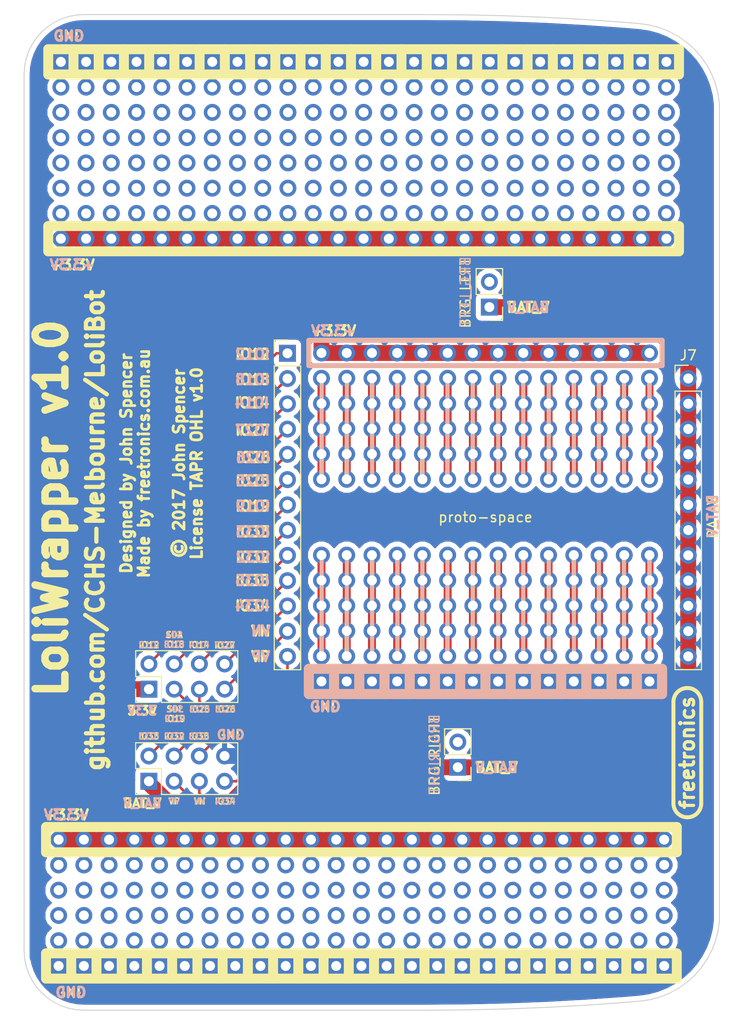
<source format=kicad_pcb>
(kicad_pcb (version 4) (host pcbnew 4.0.6)
  (layers (0 F.Cu signal) (31 B.Cu signal) (34 B.Paste user) (35 F.Paste user) (36 B.SilkS user) (37 F.SilkS user) (38 B.Mask user) (39 F.Mask user) (44 Edge.Cuts user))
  (net 0 "")
  (net 1 /BAT_V)
  (net 2 /IO33)
  (net 3 /VP)
  (net 4 /IO32)
  (net 5 /VN)
  (net 6 /IO35)
  (net 7 /IO34)
  (net 8 GND)
  (net 9 /R_V)
  (net 10 +3V3)
  (net 11 /IO12)
  (net 12 /SDL/IO19)
  (net 13 /SDA/IO18)
  (net 14 /IO25)
  (net 15 /IO14)
  (net 16 /IO26)
  (net 17 /IO27)
  (net 18 /L_V)
  (module Pin_Headers:Pin_Header_Straight_2x04_Pitch2.54mm (layer F.Cu) (at 176.53508 110.0328 90)
    (fp_text reference J1 hide)
    (fp_text value CONN_01X08 hide)
    (pad 1 thru_hole rect (at 0 0 90) (size 1.7 1.7) (drill 1) (layers *.Cu *.Mask) (net 1 /BAT_V))
    (pad 2 thru_hole oval (at 2.54 0 90) (size 1.7 1.7) (drill 1) (layers *.Cu *.Mask) (net 2 /IO33))
    (pad 3 thru_hole oval (at 0 2.54 90) (size 1.7 1.7) (drill 1) (layers *.Cu *.Mask) (net 3 /VP))
    (pad 4 thru_hole oval (at 2.54 2.54 90) (size 1.7 1.7) (drill 1) (layers *.Cu *.Mask) (net 4 /IO32))
    (pad 5 thru_hole oval (at 0 5.08 90) (size 1.7 1.7) (drill 1) (layers *.Cu *.Mask) (net 5 /VN))
    (pad 6 thru_hole oval (at 2.54 5.08 90) (size 1.7 1.7) (drill 1) (layers *.Cu *.Mask) (net 6 /IO35))
    (pad 7 thru_hole oval (at 0 7.62 90) (size 1.7 1.7) (drill 1) (layers *.Cu *.Mask) (net 7 /IO34))
    (pad 8 thru_hole oval (at 2.54 7.62 90) (size 1.7 1.7) (drill 1) (layers *.Cu *.Mask) (net 8 GND))
  )
  (module Pin_Headers:Pin_Header_Straight_1x02_Pitch2.54mm (layer F.Cu) (at 207.63484 108.63072 180)
    (fp_text reference J2 hide)
    (fp_text value BRG_RIGHT (at 2.3368 1.17348 270) (layer F.SilkS))
    (pad 1 thru_hole rect (at 0 0 180) (size 1.7 1.7) (drill 1) (layers *.Cu *.Mask) (net 1 /BAT_V))
    (pad 2 thru_hole oval (at 0 2.54 180) (size 1.7 1.7) (drill 1) (layers *.Cu *.Mask) (net 9 /R_V))
  )
  (module Pin_Headers:Pin_Header_Straight_2x04_Pitch2.54mm (layer F.Cu) (at 176.54016 100.77704 90)
    (fp_text reference J3 hide)
    (fp_text value CONN_01X08 hide)
    (pad 1 thru_hole rect (at 0 0 90) (size 1.7 1.7) (drill 1) (layers *.Cu *.Mask) (net 10 +3V3))
    (pad 2 thru_hole oval (at 2.54 0 90) (size 1.7 1.7) (drill 1) (layers *.Cu *.Mask) (net 11 /IO12))
    (pad 3 thru_hole oval (at 0 2.54 90) (size 1.7 1.7) (drill 1) (layers *.Cu *.Mask) (net 12 /SDL/IO19))
    (pad 4 thru_hole oval (at 2.54 2.54 90) (size 1.7 1.7) (drill 1) (layers *.Cu *.Mask) (net 13 /SDA/IO18))
    (pad 5 thru_hole oval (at 0 5.08 90) (size 1.7 1.7) (drill 1) (layers *.Cu *.Mask) (net 14 /IO25))
    (pad 6 thru_hole oval (at 2.54 5.08 90) (size 1.7 1.7) (drill 1) (layers *.Cu *.Mask) (net 15 /IO14))
    (pad 7 thru_hole oval (at 0 7.62 90) (size 1.7 1.7) (drill 1) (layers *.Cu *.Mask) (net 16 /IO26))
    (pad 8 thru_hole oval (at 2.54 7.62 90) (size 1.7 1.7) (drill 1) (layers *.Cu *.Mask) (net 17 /IO27))
  )
  (module Pin_Headers:Pin_Header_Straight_1x02_Pitch2.54mm (layer F.Cu) (at 210.81492 62.36208 180)
    (fp_text reference J4 hide)
    (fp_text value BRG_LEFT (at 2.40792 1.41732 270) (layer F.SilkS))
    (pad 1 thru_hole rect (at 0 0 180) (size 1.7 1.7) (drill 1) (layers *.Cu *.Mask) (net 1 /BAT_V))
    (pad 2 thru_hole oval (at 0 2.54 180) (size 1.7 1.7) (drill 1) (layers *.Cu *.Mask) (net 18 /L_V))
  )
  (module libs:proto-board (layer F.Cu) (at 210.42376 83.48472 90)
    (fp_text reference J5 hide)
    (fp_text value proto-space (at 0 0 180) (layer F.SilkS))
    (pad 2 thru_hole circle (at 16.51 -16.51 90) (size 1.7 1.7) (drill 1) (layers *.Cu *.Mask) (net 10 +3V3))
    (pad 1 thru_hole rect (at -16.51 -16.51 180) (size 1.7 1.7) (drill 1) (layers *.Cu *.Mask) (net 8 GND))
    (pad "" thru_hole circle (at -3.81 -16.51 90) (size 1.7 1.7) (drill 1) (layers *.Cu *.Mask))
    (pad "" thru_hole circle (at -3.81 -13.97 90) (size 1.7 1.7) (drill 1) (layers *.Cu *.Mask))
    (pad "" thru_hole circle (at -6.35 -16.51 90) (size 1.7 1.7) (drill 1) (layers *.Cu *.Mask))
    (pad "" thru_hole circle (at -6.35 -13.97 90) (size 1.7 1.7) (drill 1) (layers *.Cu *.Mask))
    (pad "" thru_hole circle (at -8.89 -16.51 90) (size 1.7 1.7) (drill 1) (layers *.Cu *.Mask))
    (pad "" thru_hole circle (at -8.89 -13.97 90) (size 1.7 1.7) (drill 1) (layers *.Cu *.Mask))
    (pad "" thru_hole circle (at -11.43 -13.97 90) (size 1.7 1.7) (drill 1) (layers *.Cu *.Mask))
    (pad "" thru_hole circle (at -11.43 -16.51 90) (size 1.7 1.7) (drill 1) (layers *.Cu *.Mask))
    (pad "" thru_hole circle (at -13.97 -13.97 90) (size 1.7 1.7) (drill 1) (layers *.Cu *.Mask))
    (pad "" thru_hole circle (at -13.97 -16.51 90) (size 1.7 1.7) (drill 1) (layers *.Cu *.Mask))
    (pad "" thru_hole circle (at -13.97 -11.43 90) (size 1.7 1.7) (drill 1) (layers *.Cu *.Mask))
    (pad "" thru_hole circle (at -11.43 -11.43 90) (size 1.7 1.7) (drill 1) (layers *.Cu *.Mask))
    (pad "" thru_hole circle (at -13.97 -8.89 90) (size 1.7 1.7) (drill 1) (layers *.Cu *.Mask))
    (pad "" thru_hole circle (at -11.43 -8.89 90) (size 1.7 1.7) (drill 1) (layers *.Cu *.Mask))
    (pad "" thru_hole circle (at -8.89 -8.89 90) (size 1.7 1.7) (drill 1) (layers *.Cu *.Mask))
    (pad "" thru_hole circle (at -3.81 -11.43 90) (size 1.7 1.7) (drill 1) (layers *.Cu *.Mask))
    (pad "" thru_hole circle (at -6.35 -8.89 90) (size 1.7 1.7) (drill 1) (layers *.Cu *.Mask))
    (pad "" thru_hole circle (at -8.89 -11.43 90) (size 1.7 1.7) (drill 1) (layers *.Cu *.Mask))
    (pad "" thru_hole circle (at -3.81 -8.89 90) (size 1.7 1.7) (drill 1) (layers *.Cu *.Mask))
    (pad "" thru_hole circle (at -6.35 -11.43 90) (size 1.7 1.7) (drill 1) (layers *.Cu *.Mask))
    (pad "" thru_hole circle (at -13.97 1.27 90) (size 1.7 1.7) (drill 1) (layers *.Cu *.Mask))
    (pad "" thru_hole circle (at -11.43 1.27 90) (size 1.7 1.7) (drill 1) (layers *.Cu *.Mask))
    (pad "" thru_hole circle (at -8.89 -1.27 90) (size 1.7 1.7) (drill 1) (layers *.Cu *.Mask))
    (pad "" thru_hole circle (at -3.81 1.27 90) (size 1.7 1.7) (drill 1) (layers *.Cu *.Mask))
    (pad "" thru_hole circle (at -6.35 -1.27 90) (size 1.7 1.7) (drill 1) (layers *.Cu *.Mask))
    (pad "" thru_hole circle (at -6.35 1.27 90) (size 1.7 1.7) (drill 1) (layers *.Cu *.Mask))
    (pad "" thru_hole circle (at -8.89 1.27 90) (size 1.7 1.7) (drill 1) (layers *.Cu *.Mask))
    (pad "" thru_hole circle (at -3.81 -1.27 90) (size 1.7 1.7) (drill 1) (layers *.Cu *.Mask))
    (pad "" thru_hole circle (at -11.43 -3.81 90) (size 1.7 1.7) (drill 1) (layers *.Cu *.Mask))
    (pad "" thru_hole circle (at -11.43 -6.35 90) (size 1.7 1.7) (drill 1) (layers *.Cu *.Mask))
    (pad "" thru_hole circle (at -13.97 -3.81 90) (size 1.7 1.7) (drill 1) (layers *.Cu *.Mask))
    (pad "" thru_hole circle (at -11.43 -1.27 90) (size 1.7 1.7) (drill 1) (layers *.Cu *.Mask))
    (pad "" thru_hole circle (at -13.97 -6.35 90) (size 1.7 1.7) (drill 1) (layers *.Cu *.Mask))
    (pad "" thru_hole circle (at -13.97 -1.27 90) (size 1.7 1.7) (drill 1) (layers *.Cu *.Mask))
    (pad "" thru_hole circle (at -6.35 -6.35 90) (size 1.7 1.7) (drill 1) (layers *.Cu *.Mask))
    (pad "" thru_hole circle (at -8.89 -3.81 90) (size 1.7 1.7) (drill 1) (layers *.Cu *.Mask))
    (pad "" thru_hole circle (at -8.89 -6.35 90) (size 1.7 1.7) (drill 1) (layers *.Cu *.Mask))
    (pad "" thru_hole circle (at -3.81 -6.35 90) (size 1.7 1.7) (drill 1) (layers *.Cu *.Mask))
    (pad "" thru_hole circle (at -3.81 -3.81 90) (size 1.7 1.7) (drill 1) (layers *.Cu *.Mask))
    (pad "" thru_hole circle (at -6.35 -3.81 90) (size 1.7 1.7) (drill 1) (layers *.Cu *.Mask))
    (pad "" thru_hole circle (at -13.97 16.51 90) (size 1.7 1.7) (drill 1) (layers *.Cu *.Mask))
    (pad "" thru_hole circle (at -13.97 13.97 90) (size 1.7 1.7) (drill 1) (layers *.Cu *.Mask))
    (pad "" thru_hole circle (at -11.43 13.97 90) (size 1.7 1.7) (drill 1) (layers *.Cu *.Mask))
    (pad "" thru_hole circle (at -11.43 16.51 90) (size 1.7 1.7) (drill 1) (layers *.Cu *.Mask))
    (pad "" thru_hole circle (at -8.89 13.97 90) (size 1.7 1.7) (drill 1) (layers *.Cu *.Mask))
    (pad "" thru_hole circle (at -8.89 16.51 90) (size 1.7 1.7) (drill 1) (layers *.Cu *.Mask))
    (pad "" thru_hole circle (at -11.43 8.89 90) (size 1.7 1.7) (drill 1) (layers *.Cu *.Mask))
    (pad "" thru_hole circle (at -11.43 11.43 90) (size 1.7 1.7) (drill 1) (layers *.Cu *.Mask))
    (pad "" thru_hole circle (at -13.97 11.43 90) (size 1.7 1.7) (drill 1) (layers *.Cu *.Mask))
    (pad "" thru_hole circle (at -8.89 11.43 90) (size 1.7 1.7) (drill 1) (layers *.Cu *.Mask))
    (pad "" thru_hole circle (at -8.89 8.89 90) (size 1.7 1.7) (drill 1) (layers *.Cu *.Mask))
    (pad "" thru_hole circle (at -13.97 8.89 90) (size 1.7 1.7) (drill 1) (layers *.Cu *.Mask))
    (pad "" thru_hole circle (at -13.97 3.81 90) (size 1.7 1.7) (drill 1) (layers *.Cu *.Mask))
    (pad "" thru_hole circle (at -11.43 3.81 90) (size 1.7 1.7) (drill 1) (layers *.Cu *.Mask))
    (pad "" thru_hole circle (at -11.43 6.35 90) (size 1.7 1.7) (drill 1) (layers *.Cu *.Mask))
    (pad "" thru_hole circle (at -13.97 6.35 90) (size 1.7 1.7) (drill 1) (layers *.Cu *.Mask))
    (pad "" thru_hole circle (at -6.35 16.51 90) (size 1.7 1.7) (drill 1) (layers *.Cu *.Mask))
    (pad "" thru_hole circle (at -3.81 16.51 90) (size 1.7 1.7) (drill 1) (layers *.Cu *.Mask))
    (pad "" thru_hole circle (at -3.81 13.97 90) (size 1.7 1.7) (drill 1) (layers *.Cu *.Mask))
    (pad "" thru_hole circle (at -6.35 13.97 90) (size 1.7 1.7) (drill 1) (layers *.Cu *.Mask))
    (pad "" thru_hole circle (at -6.35 3.81 90) (size 1.7 1.7) (drill 1) (layers *.Cu *.Mask))
    (pad "" thru_hole circle (at -6.35 6.35 90) (size 1.7 1.7) (drill 1) (layers *.Cu *.Mask))
    (pad "" thru_hole circle (at -8.89 6.35 90) (size 1.7 1.7) (drill 1) (layers *.Cu *.Mask))
    (pad "" thru_hole circle (at -8.89 3.81 90) (size 1.7 1.7) (drill 1) (layers *.Cu *.Mask))
    (pad "" thru_hole circle (at -3.81 6.35 90) (size 1.7 1.7) (drill 1) (layers *.Cu *.Mask))
    (pad "" thru_hole circle (at -3.81 3.81 90) (size 1.7 1.7) (drill 1) (layers *.Cu *.Mask))
    (pad "" thru_hole circle (at -6.35 8.89 90) (size 1.7 1.7) (drill 1) (layers *.Cu *.Mask))
    (pad "" thru_hole circle (at -3.81 8.89 90) (size 1.7 1.7) (drill 1) (layers *.Cu *.Mask))
    (pad "" thru_hole circle (at -3.81 11.43 90) (size 1.7 1.7) (drill 1) (layers *.Cu *.Mask))
    (pad "" thru_hole circle (at -6.35 11.43 90) (size 1.7 1.7) (drill 1) (layers *.Cu *.Mask))
    (pad "" thru_hole circle (at 3.81 11.43 90) (size 1.7 1.7) (drill 1) (layers *.Cu *.Mask))
    (pad "" thru_hole circle (at 6.35 11.43 90) (size 1.7 1.7) (drill 1) (layers *.Cu *.Mask))
    (pad "" thru_hole circle (at 8.89 8.89 90) (size 1.7 1.7) (drill 1) (layers *.Cu *.Mask))
    (pad "" thru_hole circle (at 8.89 11.43 90) (size 1.7 1.7) (drill 1) (layers *.Cu *.Mask))
    (pad "" thru_hole circle (at 11.43 6.35 90) (size 1.7 1.7) (drill 1) (layers *.Cu *.Mask))
    (pad "" thru_hole circle (at 8.89 6.35 90) (size 1.7 1.7) (drill 1) (layers *.Cu *.Mask))
    (pad "" thru_hole circle (at 11.43 8.89 90) (size 1.7 1.7) (drill 1) (layers *.Cu *.Mask))
    (pad "" thru_hole circle (at 13.97 6.35 90) (size 1.7 1.7) (drill 1) (layers *.Cu *.Mask))
    (pad "" thru_hole circle (at 11.43 11.43 90) (size 1.7 1.7) (drill 1) (layers *.Cu *.Mask))
    (pad "" thru_hole circle (at 13.97 8.89 90) (size 1.7 1.7) (drill 1) (layers *.Cu *.Mask))
    (pad "" thru_hole circle (at 13.97 11.43 90) (size 1.7 1.7) (drill 1) (layers *.Cu *.Mask))
    (pad "" thru_hole circle (at 3.81 6.35 90) (size 1.7 1.7) (drill 1) (layers *.Cu *.Mask))
    (pad "" thru_hole circle (at 6.35 8.89 90) (size 1.7 1.7) (drill 1) (layers *.Cu *.Mask))
    (pad "" thru_hole circle (at 6.35 6.35 90) (size 1.7 1.7) (drill 1) (layers *.Cu *.Mask))
    (pad "" thru_hole circle (at 3.81 8.89 90) (size 1.7 1.7) (drill 1) (layers *.Cu *.Mask))
    (pad "" thru_hole circle (at 6.35 13.97 90) (size 1.7 1.7) (drill 1) (layers *.Cu *.Mask))
    (pad "" thru_hole circle (at 3.81 13.97 90) (size 1.7 1.7) (drill 1) (layers *.Cu *.Mask))
    (pad "" thru_hole circle (at 3.81 16.51 90) (size 1.7 1.7) (drill 1) (layers *.Cu *.Mask))
    (pad "" thru_hole circle (at 6.35 16.51 90) (size 1.7 1.7) (drill 1) (layers *.Cu *.Mask))
    (pad "" thru_hole circle (at 8.89 13.97 90) (size 1.7 1.7) (drill 1) (layers *.Cu *.Mask))
    (pad "" thru_hole circle (at 13.97 16.51 90) (size 1.7 1.7) (drill 1) (layers *.Cu *.Mask))
    (pad "" thru_hole circle (at 13.97 13.97 90) (size 1.7 1.7) (drill 1) (layers *.Cu *.Mask))
    (pad "" thru_hole circle (at 11.43 13.97 90) (size 1.7 1.7) (drill 1) (layers *.Cu *.Mask))
    (pad "" thru_hole circle (at 8.89 16.51 90) (size 1.7 1.7) (drill 1) (layers *.Cu *.Mask))
    (pad "" thru_hole circle (at 11.43 16.51 90) (size 1.7 1.7) (drill 1) (layers *.Cu *.Mask))
    (pad "" thru_hole circle (at 11.43 -16.51 90) (size 1.7 1.7) (drill 1) (layers *.Cu *.Mask))
    (pad "" thru_hole circle (at 11.43 -13.97 90) (size 1.7 1.7) (drill 1) (layers *.Cu *.Mask))
    (pad "" thru_hole circle (at 13.97 -16.51 90) (size 1.7 1.7) (drill 1) (layers *.Cu *.Mask))
    (pad "" thru_hole circle (at 8.89 -13.97 90) (size 1.7 1.7) (drill 1) (layers *.Cu *.Mask))
    (pad "" thru_hole circle (at 13.97 -13.97 90) (size 1.7 1.7) (drill 1) (layers *.Cu *.Mask))
    (pad "" thru_hole circle (at 8.89 -16.51 90) (size 1.7 1.7) (drill 1) (layers *.Cu *.Mask))
    (pad "" thru_hole circle (at 6.35 -16.51 90) (size 1.7 1.7) (drill 1) (layers *.Cu *.Mask))
    (pad "" thru_hole circle (at 3.81 -13.97 90) (size 1.7 1.7) (drill 1) (layers *.Cu *.Mask))
    (pad "" thru_hole circle (at 6.35 -13.97 90) (size 1.7 1.7) (drill 1) (layers *.Cu *.Mask))
    (pad "" thru_hole circle (at 3.81 -16.51 90) (size 1.7 1.7) (drill 1) (layers *.Cu *.Mask))
    (pad "" thru_hole circle (at 6.35 -8.89 90) (size 1.7 1.7) (drill 1) (layers *.Cu *.Mask))
    (pad "" thru_hole circle (at 3.81 -11.43 90) (size 1.7 1.7) (drill 1) (layers *.Cu *.Mask))
    (pad "" thru_hole circle (at 3.81 -8.89 90) (size 1.7 1.7) (drill 1) (layers *.Cu *.Mask))
    (pad "" thru_hole circle (at 6.35 -11.43 90) (size 1.7 1.7) (drill 1) (layers *.Cu *.Mask))
    (pad "" thru_hole circle (at 11.43 -8.89 90) (size 1.7 1.7) (drill 1) (layers *.Cu *.Mask))
    (pad "" thru_hole circle (at 13.97 -11.43 90) (size 1.7 1.7) (drill 1) (layers *.Cu *.Mask))
    (pad "" thru_hole circle (at 8.89 -11.43 90) (size 1.7 1.7) (drill 1) (layers *.Cu *.Mask))
    (pad "" thru_hole circle (at 8.89 -8.89 90) (size 1.7 1.7) (drill 1) (layers *.Cu *.Mask))
    (pad "" thru_hole circle (at 11.43 -11.43 90) (size 1.7 1.7) (drill 1) (layers *.Cu *.Mask))
    (pad "" thru_hole circle (at 13.97 -8.89 90) (size 1.7 1.7) (drill 1) (layers *.Cu *.Mask))
    (pad "" thru_hole circle (at 3.81 -1.27 90) (size 1.7 1.7) (drill 1) (layers *.Cu *.Mask))
    (pad "" thru_hole circle (at 6.35 1.27 90) (size 1.7 1.7) (drill 1) (layers *.Cu *.Mask))
    (pad "" thru_hole circle (at 3.81 1.27 90) (size 1.7 1.7) (drill 1) (layers *.Cu *.Mask))
    (pad "" thru_hole circle (at 8.89 1.27 90) (size 1.7 1.7) (drill 1) (layers *.Cu *.Mask))
    (pad "" thru_hole circle (at 3.81 3.81 90) (size 1.7 1.7) (drill 1) (layers *.Cu *.Mask))
    (pad "" thru_hole circle (at 6.35 3.81 90) (size 1.7 1.7) (drill 1) (layers *.Cu *.Mask))
    (pad "" thru_hole circle (at 8.89 3.81 90) (size 1.7 1.7) (drill 1) (layers *.Cu *.Mask))
    (pad "" thru_hole circle (at 8.89 -3.81 90) (size 1.7 1.7) (drill 1) (layers *.Cu *.Mask))
    (pad "" thru_hole circle (at 6.35 -3.81 90) (size 1.7 1.7) (drill 1) (layers *.Cu *.Mask))
    (pad "" thru_hole circle (at 8.89 -1.27 90) (size 1.7 1.7) (drill 1) (layers *.Cu *.Mask))
    (pad "" thru_hole circle (at 6.35 -1.27 90) (size 1.7 1.7) (drill 1) (layers *.Cu *.Mask))
    (pad "" thru_hole circle (at 8.89 -6.35 90) (size 1.7 1.7) (drill 1) (layers *.Cu *.Mask))
    (pad "" thru_hole circle (at 3.81 -6.35 90) (size 1.7 1.7) (drill 1) (layers *.Cu *.Mask))
    (pad "" thru_hole circle (at 6.35 -6.35 90) (size 1.7 1.7) (drill 1) (layers *.Cu *.Mask))
    (pad "" thru_hole circle (at 3.81 -3.81 90) (size 1.7 1.7) (drill 1) (layers *.Cu *.Mask))
    (pad "" thru_hole circle (at 11.43 -6.35 90) (size 1.7 1.7) (drill 1) (layers *.Cu *.Mask))
    (pad "" thru_hole circle (at 11.43 -3.81 90) (size 1.7 1.7) (drill 1) (layers *.Cu *.Mask))
    (pad "" thru_hole circle (at 13.97 -6.35 90) (size 1.7 1.7) (drill 1) (layers *.Cu *.Mask))
    (pad "" thru_hole circle (at 13.97 -3.81 90) (size 1.7 1.7) (drill 1) (layers *.Cu *.Mask))
    (pad "" thru_hole circle (at 11.43 -1.27 90) (size 1.7 1.7) (drill 1) (layers *.Cu *.Mask))
    (pad "" thru_hole circle (at 13.97 -1.27 90) (size 1.7 1.7) (drill 1) (layers *.Cu *.Mask))
    (pad "" thru_hole circle (at 13.97 1.27 90) (size 1.7 1.7) (drill 1) (layers *.Cu *.Mask))
    (pad "" thru_hole circle (at 11.43 1.27 90) (size 1.7 1.7) (drill 1) (layers *.Cu *.Mask))
    (pad "" thru_hole circle (at 11.43 3.81 90) (size 1.7 1.7) (drill 1) (layers *.Cu *.Mask))
    (pad "" thru_hole circle (at 13.97 3.81 90) (size 1.7 1.7) (drill 1) (layers *.Cu *.Mask))
    (pad 1 thru_hole rect (at -16.51 -13.97 180) (size 1.7 1.7) (drill 1) (layers *.Cu *.Mask) (net 8 GND))
    (pad 1 thru_hole rect (at -16.51 -11.43 180) (size 1.7 1.7) (drill 1) (layers *.Cu *.Mask) (net 8 GND))
    (pad 1 thru_hole rect (at -16.51 -8.89 180) (size 1.7 1.7) (drill 1) (layers *.Cu *.Mask) (net 8 GND))
    (pad 1 thru_hole rect (at -16.51 -6.35 180) (size 1.7 1.7) (drill 1) (layers *.Cu *.Mask) (net 8 GND))
    (pad 1 thru_hole rect (at -16.51 -3.81 180) (size 1.7 1.7) (drill 1) (layers *.Cu *.Mask) (net 8 GND))
    (pad 1 thru_hole rect (at -16.51 -1.27 180) (size 1.7 1.7) (drill 1) (layers *.Cu *.Mask) (net 8 GND))
    (pad 1 thru_hole rect (at -16.51 1.27 180) (size 1.7 1.7) (drill 1) (layers *.Cu *.Mask) (net 8 GND))
    (pad 1 thru_hole rect (at -16.51 3.81 180) (size 1.7 1.7) (drill 1) (layers *.Cu *.Mask) (net 8 GND))
    (pad 1 thru_hole rect (at -16.51 6.35 180) (size 1.7 1.7) (drill 1) (layers *.Cu *.Mask) (net 8 GND))
    (pad 1 thru_hole rect (at -16.51 8.89 180) (size 1.7 1.7) (drill 1) (layers *.Cu *.Mask) (net 8 GND))
    (pad 1 thru_hole rect (at -16.51 11.43 180) (size 1.7 1.7) (drill 1) (layers *.Cu *.Mask) (net 8 GND))
    (pad 1 thru_hole rect (at -16.51 13.97 180) (size 1.7 1.7) (drill 1) (layers *.Cu *.Mask) (net 8 GND))
    (pad 1 thru_hole rect (at -16.51 16.51 180) (size 1.7 1.7) (drill 1) (layers *.Cu *.Mask) (net 8 GND))
    (pad 2 thru_hole circle (at 16.51 -13.97 90) (size 1.7 1.7) (drill 1) (layers *.Cu *.Mask) (net 10 +3V3))
    (pad 2 thru_hole circle (at 16.51 -11.43 90) (size 1.7 1.7) (drill 1) (layers *.Cu *.Mask) (net 10 +3V3))
    (pad 2 thru_hole circle (at 16.51 -8.89 90) (size 1.7 1.7) (drill 1) (layers *.Cu *.Mask) (net 10 +3V3))
    (pad 2 thru_hole circle (at 16.51 -3.81 90) (size 1.7 1.7) (drill 1) (layers *.Cu *.Mask) (net 10 +3V3))
    (pad 2 thru_hole circle (at 16.51 -6.35 90) (size 1.7 1.7) (drill 1) (layers *.Cu *.Mask) (net 10 +3V3))
    (pad 2 thru_hole circle (at 16.51 -1.27 90) (size 1.7 1.7) (drill 1) (layers *.Cu *.Mask) (net 10 +3V3))
    (pad 2 thru_hole circle (at 16.51 1.27 90) (size 1.7 1.7) (drill 1) (layers *.Cu *.Mask) (net 10 +3V3))
    (pad 2 thru_hole circle (at 16.51 6.35 90) (size 1.7 1.7) (drill 1) (layers *.Cu *.Mask) (net 10 +3V3))
    (pad 2 thru_hole circle (at 16.51 3.81 90) (size 1.7 1.7) (drill 1) (layers *.Cu *.Mask) (net 10 +3V3))
    (pad 2 thru_hole circle (at 16.51 8.89 90) (size 1.7 1.7) (drill 1) (layers *.Cu *.Mask) (net 10 +3V3))
    (pad 2 thru_hole circle (at 16.51 11.43 90) (size 1.7 1.7) (drill 1) (layers *.Cu *.Mask) (net 10 +3V3))
    (pad 2 thru_hole circle (at 16.51 13.97 90) (size 1.7 1.7) (drill 1) (layers *.Cu *.Mask) (net 10 +3V3))
    (pad 2 thru_hole circle (at 16.51 16.51 90) (size 1.7 1.7) (drill 1) (layers *.Cu *.Mask) (net 10 +3V3))
  )
  (module Pin_Headers:Pin_Header_Straight_1x13_Pitch2.54mm (layer F.Cu) (at 190.48984 67.0052)
    (fp_text reference J6 hide)
    (fp_text value CONN_01X13 hide)
    (pad 1 thru_hole rect (at 0 0) (size 1.7 1.7) (drill 1) (layers *.Cu *.Mask) (net 11 /IO12))
    (pad 2 thru_hole oval (at 0 2.54) (size 1.7 1.7) (drill 1) (layers *.Cu *.Mask) (net 13 /SDA/IO18))
    (pad 3 thru_hole oval (at 0 5.08) (size 1.7 1.7) (drill 1) (layers *.Cu *.Mask) (net 15 /IO14))
    (pad 4 thru_hole oval (at 0 7.62) (size 1.7 1.7) (drill 1) (layers *.Cu *.Mask) (net 17 /IO27))
    (pad 5 thru_hole oval (at 0 10.16) (size 1.7 1.7) (drill 1) (layers *.Cu *.Mask) (net 16 /IO26))
    (pad 6 thru_hole oval (at 0 12.7) (size 1.7 1.7) (drill 1) (layers *.Cu *.Mask) (net 14 /IO25))
    (pad 7 thru_hole oval (at 0 15.24) (size 1.7 1.7) (drill 1) (layers *.Cu *.Mask) (net 12 /SDL/IO19))
    (pad 8 thru_hole oval (at 0 17.78) (size 1.7 1.7) (drill 1) (layers *.Cu *.Mask) (net 2 /IO33))
    (pad 9 thru_hole oval (at 0 20.32) (size 1.7 1.7) (drill 1) (layers *.Cu *.Mask) (net 4 /IO32))
    (pad 10 thru_hole oval (at 0 22.86) (size 1.7 1.7) (drill 1) (layers *.Cu *.Mask) (net 6 /IO35))
    (pad 11 thru_hole oval (at 0 25.4) (size 1.7 1.7) (drill 1) (layers *.Cu *.Mask) (net 7 /IO34))
    (pad 12 thru_hole oval (at 0 27.94) (size 1.7 1.7) (drill 1) (layers *.Cu *.Mask) (net 5 /VN))
    (pad 13 thru_hole oval (at 0 30.48) (size 1.7 1.7) (drill 1) (layers *.Cu *.Mask) (net 3 /VP))
  )
  (module Pin_Headers:Pin_Header_Straight_1x12_Pitch2.54mm (layer F.Cu) (at 230.8352 69.54012)
    (fp_text reference J7 (at 0 -2.33) (layer F.SilkS))
    (fp_text value BAT_V (at 2.44856 13.99032 90) (layer F.SilkS))
    (pad 1 thru_hole circle (at 0 0) (size 1.7 1.7) (drill 1) (layers *.Cu *.Mask) (net 1 /BAT_V))
    (pad 2 thru_hole oval (at 0 2.54) (size 1.7 1.7) (drill 1) (layers *.Cu *.Mask) (net 1 /BAT_V))
    (pad 3 thru_hole oval (at 0 5.08) (size 1.7 1.7) (drill 1) (layers *.Cu *.Mask) (net 1 /BAT_V))
    (pad 4 thru_hole oval (at 0 7.62) (size 1.7 1.7) (drill 1) (layers *.Cu *.Mask) (net 1 /BAT_V))
    (pad 5 thru_hole oval (at 0 10.16) (size 1.7 1.7) (drill 1) (layers *.Cu *.Mask) (net 1 /BAT_V))
    (pad 6 thru_hole oval (at 0 12.7) (size 1.7 1.7) (drill 1) (layers *.Cu *.Mask) (net 1 /BAT_V))
    (pad 7 thru_hole oval (at 0 15.24) (size 1.7 1.7) (drill 1) (layers *.Cu *.Mask) (net 1 /BAT_V))
    (pad 8 thru_hole oval (at 0 17.78) (size 1.7 1.7) (drill 1) (layers *.Cu *.Mask) (net 1 /BAT_V))
    (pad 9 thru_hole oval (at 0 20.32) (size 1.7 1.7) (drill 1) (layers *.Cu *.Mask) (net 1 /BAT_V))
    (pad 10 thru_hole oval (at 0 22.86) (size 1.7 1.7) (drill 1) (layers *.Cu *.Mask) (net 1 /BAT_V))
    (pad 11 thru_hole oval (at 0 25.4) (size 1.7 1.7) (drill 1) (layers *.Cu *.Mask) (net 1 /BAT_V))
    (pad 12 thru_hole oval (at 0 27.94) (size 1.7 1.7) (drill 1) (layers *.Cu *.Mask) (net 1 /BAT_V))
  )
  (module libs:8x25-proto (layer F.Cu) (at 198.15556 46.59376 90)
    (fp_text reference J8 hide)
    (fp_text value proto-space hide)
    (pad "" thru_hole circle (at -1.27 -30.48 90) (size 1.7 1.7) (drill 1) (layers *.Cu *.Mask))
    (pad "" thru_hole circle (at -3.81 -30.48 90) (size 1.7 1.7) (drill 1) (layers *.Cu *.Mask))
    (pad "" thru_hole circle (at -6.35 -30.48 90) (size 1.7 1.7) (drill 1) (layers *.Cu *.Mask))
    (pad 1 thru_hole circle (at -8.89 -30.48 90) (size 1.7 1.7) (drill 1) (layers *.Cu *.Mask) (net 10 +3V3))
    (pad "" thru_hole circle (at -3.81 -27.94 90) (size 1.7 1.7) (drill 1) (layers *.Cu *.Mask))
    (pad "" thru_hole circle (at -1.27 -27.94 90) (size 1.7 1.7) (drill 1) (layers *.Cu *.Mask))
    (pad "" thru_hole circle (at -6.35 -27.94 90) (size 1.7 1.7) (drill 1) (layers *.Cu *.Mask))
    (pad "" thru_hole circle (at -6.35 -25.4 90) (size 1.7 1.7) (drill 1) (layers *.Cu *.Mask))
    (pad "" thru_hole circle (at -6.35 -22.86 90) (size 1.7 1.7) (drill 1) (layers *.Cu *.Mask))
    (pad "" thru_hole circle (at -1.27 -25.4 90) (size 1.7 1.7) (drill 1) (layers *.Cu *.Mask))
    (pad "" thru_hole circle (at -1.27 -22.86 90) (size 1.7 1.7) (drill 1) (layers *.Cu *.Mask))
    (pad "" thru_hole circle (at -3.81 -25.4 90) (size 1.7 1.7) (drill 1) (layers *.Cu *.Mask))
    (pad "" thru_hole circle (at -3.81 -22.86 90) (size 1.7 1.7) (drill 1) (layers *.Cu *.Mask))
    (pad "" thru_hole circle (at -1.27 -15.24 90) (size 1.7 1.7) (drill 1) (layers *.Cu *.Mask))
    (pad "" thru_hole circle (at -6.35 -15.24 90) (size 1.7 1.7) (drill 1) (layers *.Cu *.Mask))
    (pad "" thru_hole circle (at -3.81 -15.24 90) (size 1.7 1.7) (drill 1) (layers *.Cu *.Mask))
    (pad "" thru_hole circle (at -6.35 -20.32 90) (size 1.7 1.7) (drill 1) (layers *.Cu *.Mask))
    (pad "" thru_hole circle (at -6.35 -17.78 90) (size 1.7 1.7) (drill 1) (layers *.Cu *.Mask))
    (pad "" thru_hole circle (at -1.27 -20.32 90) (size 1.7 1.7) (drill 1) (layers *.Cu *.Mask))
    (pad "" thru_hole circle (at -3.81 -20.32 90) (size 1.7 1.7) (drill 1) (layers *.Cu *.Mask))
    (pad "" thru_hole circle (at -1.27 -17.78 90) (size 1.7 1.7) (drill 1) (layers *.Cu *.Mask))
    (pad "" thru_hole circle (at -3.81 -17.78 90) (size 1.7 1.7) (drill 1) (layers *.Cu *.Mask))
    (pad "" thru_hole circle (at -1.27 -7.62 90) (size 1.7 1.7) (drill 1) (layers *.Cu *.Mask))
    (pad "" thru_hole circle (at -6.35 -7.62 90) (size 1.7 1.7) (drill 1) (layers *.Cu *.Mask))
    (pad "" thru_hole circle (at -3.81 -7.62 90) (size 1.7 1.7) (drill 1) (layers *.Cu *.Mask))
    (pad "" thru_hole circle (at -6.35 -12.7 90) (size 1.7 1.7) (drill 1) (layers *.Cu *.Mask))
    (pad "" thru_hole circle (at -6.35 -10.16 90) (size 1.7 1.7) (drill 1) (layers *.Cu *.Mask))
    (pad "" thru_hole circle (at -1.27 -12.7 90) (size 1.7 1.7) (drill 1) (layers *.Cu *.Mask))
    (pad "" thru_hole circle (at -3.81 -12.7 90) (size 1.7 1.7) (drill 1) (layers *.Cu *.Mask))
    (pad "" thru_hole circle (at -1.27 -10.16 90) (size 1.7 1.7) (drill 1) (layers *.Cu *.Mask))
    (pad "" thru_hole circle (at -3.81 -10.16 90) (size 1.7 1.7) (drill 1) (layers *.Cu *.Mask))
    (pad "" thru_hole circle (at -1.27 -5.08 90) (size 1.7 1.7) (drill 1) (layers *.Cu *.Mask))
    (pad "" thru_hole circle (at -1.27 -2.54 90) (size 1.7 1.7) (drill 1) (layers *.Cu *.Mask))
    (pad "" thru_hole circle (at -6.35 -2.54 90) (size 1.7 1.7) (drill 1) (layers *.Cu *.Mask))
    (pad "" thru_hole circle (at -6.35 -5.08 90) (size 1.7 1.7) (drill 1) (layers *.Cu *.Mask))
    (pad "" thru_hole circle (at -3.81 -5.08 90) (size 1.7 1.7) (drill 1) (layers *.Cu *.Mask))
    (pad "" thru_hole circle (at -3.81 -2.54 90) (size 1.7 1.7) (drill 1) (layers *.Cu *.Mask))
    (pad "" thru_hole circle (at 3.81 -2.54 90) (size 1.7 1.7) (drill 1) (layers *.Cu *.Mask))
    (pad "" thru_hole circle (at 6.35 -2.54 90) (size 1.7 1.7) (drill 1) (layers *.Cu *.Mask))
    (pad "" thru_hole circle (at 6.35 -5.08 90) (size 1.7 1.7) (drill 1) (layers *.Cu *.Mask))
    (pad "" thru_hole circle (at 1.27 -5.08 90) (size 1.7 1.7) (drill 1) (layers *.Cu *.Mask))
    (pad "" thru_hole circle (at 1.27 -2.54 90) (size 1.7 1.7) (drill 1) (layers *.Cu *.Mask))
    (pad "" thru_hole circle (at 3.81 -5.08 90) (size 1.7 1.7) (drill 1) (layers *.Cu *.Mask))
    (pad "" thru_hole circle (at 1.27 -12.7 90) (size 1.7 1.7) (drill 1) (layers *.Cu *.Mask))
    (pad "" thru_hole circle (at 1.27 -10.16 90) (size 1.7 1.7) (drill 1) (layers *.Cu *.Mask))
    (pad "" thru_hole circle (at 3.81 -7.62 90) (size 1.7 1.7) (drill 1) (layers *.Cu *.Mask))
    (pad "" thru_hole circle (at 1.27 -7.62 90) (size 1.7 1.7) (drill 1) (layers *.Cu *.Mask))
    (pad "" thru_hole circle (at 3.81 -12.7 90) (size 1.7 1.7) (drill 1) (layers *.Cu *.Mask))
    (pad "" thru_hole circle (at 3.81 -10.16 90) (size 1.7 1.7) (drill 1) (layers *.Cu *.Mask))
    (pad "" thru_hole circle (at 6.35 -12.7 90) (size 1.7 1.7) (drill 1) (layers *.Cu *.Mask))
    (pad "" thru_hole circle (at 6.35 -7.62 90) (size 1.7 1.7) (drill 1) (layers *.Cu *.Mask))
    (pad "" thru_hole circle (at 6.35 -10.16 90) (size 1.7 1.7) (drill 1) (layers *.Cu *.Mask))
    (pad "" thru_hole circle (at 1.27 -27.94 90) (size 1.7 1.7) (drill 1) (layers *.Cu *.Mask))
    (pad "" thru_hole circle (at 1.27 -22.86 90) (size 1.7 1.7) (drill 1) (layers *.Cu *.Mask))
    (pad "" thru_hole circle (at 3.81 -25.4 90) (size 1.7 1.7) (drill 1) (layers *.Cu *.Mask))
    (pad "" thru_hole circle (at 3.81 -27.94 90) (size 1.7 1.7) (drill 1) (layers *.Cu *.Mask))
    (pad "" thru_hole circle (at 1.27 -25.4 90) (size 1.7 1.7) (drill 1) (layers *.Cu *.Mask))
    (pad "" thru_hole circle (at 3.81 -22.86 90) (size 1.7 1.7) (drill 1) (layers *.Cu *.Mask))
    (pad "" thru_hole circle (at 6.35 -17.78 90) (size 1.7 1.7) (drill 1) (layers *.Cu *.Mask))
    (pad "" thru_hole circle (at 6.35 -20.32 90) (size 1.7 1.7) (drill 1) (layers *.Cu *.Mask))
    (pad "" thru_hole circle (at 6.35 -15.24 90) (size 1.7 1.7) (drill 1) (layers *.Cu *.Mask))
    (pad "" thru_hole circle (at 3.81 -30.48 90) (size 1.7 1.7) (drill 1) (layers *.Cu *.Mask))
    (pad "" thru_hole circle (at 1.27 -30.48 90) (size 1.7 1.7) (drill 1) (layers *.Cu *.Mask))
    (pad "" thru_hole circle (at 6.35 -30.48 90) (size 1.7 1.7) (drill 1) (layers *.Cu *.Mask))
    (pad "" thru_hole circle (at 6.35 -22.86 90) (size 1.7 1.7) (drill 1) (layers *.Cu *.Mask))
    (pad "" thru_hole circle (at 6.35 -27.94 90) (size 1.7 1.7) (drill 1) (layers *.Cu *.Mask))
    (pad "" thru_hole circle (at 6.35 -25.4 90) (size 1.7 1.7) (drill 1) (layers *.Cu *.Mask))
    (pad "" thru_hole circle (at 1.27 -20.32 90) (size 1.7 1.7) (drill 1) (layers *.Cu *.Mask))
    (pad "" thru_hole circle (at 1.27 -17.78 90) (size 1.7 1.7) (drill 1) (layers *.Cu *.Mask))
    (pad "" thru_hole circle (at 3.81 -17.78 90) (size 1.7 1.7) (drill 1) (layers *.Cu *.Mask))
    (pad "" thru_hole circle (at 3.81 -20.32 90) (size 1.7 1.7) (drill 1) (layers *.Cu *.Mask))
    (pad "" thru_hole circle (at 1.27 -15.24 90) (size 1.7 1.7) (drill 1) (layers *.Cu *.Mask))
    (pad "" thru_hole circle (at 3.81 -15.24 90) (size 1.7 1.7) (drill 1) (layers *.Cu *.Mask))
    (pad 2 thru_hole rect (at 8.89 -30.48 90) (size 1.7 1.7) (drill 1) (layers *.Cu *.Mask) (net 8 GND))
    (pad "" thru_hole circle (at -3.81 27.94 90) (size 1.7 1.7) (drill 1) (layers *.Cu *.Mask))
    (pad "" thru_hole circle (at -3.81 25.4 90) (size 1.7 1.7) (drill 1) (layers *.Cu *.Mask))
    (pad "" thru_hole circle (at -6.35 27.94 90) (size 1.7 1.7) (drill 1) (layers *.Cu *.Mask))
    (pad "" thru_hole circle (at -6.35 20.32 90) (size 1.7 1.7) (drill 1) (layers *.Cu *.Mask))
    (pad "" thru_hole circle (at -6.35 17.78 90) (size 1.7 1.7) (drill 1) (layers *.Cu *.Mask))
    (pad "" thru_hole circle (at -6.35 25.4 90) (size 1.7 1.7) (drill 1) (layers *.Cu *.Mask))
    (pad "" thru_hole circle (at -6.35 22.86 90) (size 1.7 1.7) (drill 1) (layers *.Cu *.Mask))
    (pad "" thru_hole circle (at -1.27 10.16 90) (size 1.7 1.7) (drill 1) (layers *.Cu *.Mask))
    (pad "" thru_hole circle (at -3.81 12.7 90) (size 1.7 1.7) (drill 1) (layers *.Cu *.Mask))
    (pad "" thru_hole circle (at 1.27 12.7 90) (size 1.7 1.7) (drill 1) (layers *.Cu *.Mask))
    (pad "" thru_hole circle (at -3.81 10.16 90) (size 1.7 1.7) (drill 1) (layers *.Cu *.Mask))
    (pad "" thru_hole circle (at -1.27 12.7 90) (size 1.7 1.7) (drill 1) (layers *.Cu *.Mask))
    (pad "" thru_hole circle (at 1.27 10.16 90) (size 1.7 1.7) (drill 1) (layers *.Cu *.Mask))
    (pad "" thru_hole circle (at -1.27 5.08 90) (size 1.7 1.7) (drill 1) (layers *.Cu *.Mask))
    (pad "" thru_hole circle (at -3.81 5.08 90) (size 1.7 1.7) (drill 1) (layers *.Cu *.Mask))
    (pad "" thru_hole circle (at -3.81 7.62 90) (size 1.7 1.7) (drill 1) (layers *.Cu *.Mask))
    (pad "" thru_hole circle (at -1.27 7.62 90) (size 1.7 1.7) (drill 1) (layers *.Cu *.Mask))
    (pad "" thru_hole circle (at 3.81 5.08 90) (size 1.7 1.7) (drill 1) (layers *.Cu *.Mask))
    (pad "" thru_hole circle (at 1.27 7.62 90) (size 1.7 1.7) (drill 1) (layers *.Cu *.Mask))
    (pad "" thru_hole circle (at 1.27 5.08 90) (size 1.7 1.7) (drill 1) (layers *.Cu *.Mask))
    (pad "" thru_hole circle (at 3.81 7.62 90) (size 1.7 1.7) (drill 1) (layers *.Cu *.Mask))
    (pad "" thru_hole circle (at -6.35 15.24 90) (size 1.7 1.7) (drill 1) (layers *.Cu *.Mask))
    (pad "" thru_hole circle (at -6.35 12.7 90) (size 1.7 1.7) (drill 1) (layers *.Cu *.Mask))
    (pad "" thru_hole circle (at -3.81 15.24 90) (size 1.7 1.7) (drill 1) (layers *.Cu *.Mask))
    (pad "" thru_hole circle (at -6.35 7.62 90) (size 1.7 1.7) (drill 1) (layers *.Cu *.Mask))
    (pad "" thru_hole circle (at -6.35 10.16 90) (size 1.7 1.7) (drill 1) (layers *.Cu *.Mask))
    (pad "" thru_hole circle (at -6.35 5.08 90) (size 1.7 1.7) (drill 1) (layers *.Cu *.Mask))
    (pad "" thru_hole circle (at -1.27 15.24 90) (size 1.7 1.7) (drill 1) (layers *.Cu *.Mask))
    (pad "" thru_hole circle (at 3.81 15.24 90) (size 1.7 1.7) (drill 1) (layers *.Cu *.Mask))
    (pad "" thru_hole circle (at 3.81 12.7 90) (size 1.7 1.7) (drill 1) (layers *.Cu *.Mask))
    (pad "" thru_hole circle (at 1.27 15.24 90) (size 1.7 1.7) (drill 1) (layers *.Cu *.Mask))
    (pad "" thru_hole circle (at 3.81 10.16 90) (size 1.7 1.7) (drill 1) (layers *.Cu *.Mask))
    (pad "" thru_hole circle (at 6.35 5.08 90) (size 1.7 1.7) (drill 1) (layers *.Cu *.Mask))
    (pad "" thru_hole circle (at 6.35 10.16 90) (size 1.7 1.7) (drill 1) (layers *.Cu *.Mask))
    (pad "" thru_hole circle (at 6.35 7.62 90) (size 1.7 1.7) (drill 1) (layers *.Cu *.Mask))
    (pad "" thru_hole circle (at 6.35 12.7 90) (size 1.7 1.7) (drill 1) (layers *.Cu *.Mask))
    (pad "" thru_hole circle (at -3.81 0 90) (size 1.7 1.7) (drill 1) (layers *.Cu *.Mask))
    (pad "" thru_hole circle (at -3.81 2.54 90) (size 1.7 1.7) (drill 1) (layers *.Cu *.Mask))
    (pad "" thru_hole circle (at -6.35 0 90) (size 1.7 1.7) (drill 1) (layers *.Cu *.Mask))
    (pad "" thru_hole circle (at -6.35 2.54 90) (size 1.7 1.7) (drill 1) (layers *.Cu *.Mask))
    (pad "" thru_hole circle (at 1.27 0 90) (size 1.7 1.7) (drill 1) (layers *.Cu *.Mask))
    (pad "" thru_hole circle (at 1.27 2.54 90) (size 1.7 1.7) (drill 1) (layers *.Cu *.Mask))
    (pad "" thru_hole circle (at -1.27 2.54 90) (size 1.7 1.7) (drill 1) (layers *.Cu *.Mask))
    (pad "" thru_hole circle (at -1.27 0 90) (size 1.7 1.7) (drill 1) (layers *.Cu *.Mask))
    (pad "" thru_hole circle (at 3.81 2.54 90) (size 1.7 1.7) (drill 1) (layers *.Cu *.Mask))
    (pad "" thru_hole circle (at 6.35 0 90) (size 1.7 1.7) (drill 1) (layers *.Cu *.Mask))
    (pad "" thru_hole circle (at 6.35 2.54 90) (size 1.7 1.7) (drill 1) (layers *.Cu *.Mask))
    (pad "" thru_hole circle (at 3.81 0 90) (size 1.7 1.7) (drill 1) (layers *.Cu *.Mask))
    (pad "" thru_hole circle (at -3.81 20.32 90) (size 1.7 1.7) (drill 1) (layers *.Cu *.Mask))
    (pad "" thru_hole circle (at -3.81 22.86 90) (size 1.7 1.7) (drill 1) (layers *.Cu *.Mask))
    (pad "" thru_hole circle (at -3.81 17.78 90) (size 1.7 1.7) (drill 1) (layers *.Cu *.Mask))
    (pad "" thru_hole circle (at -1.27 20.32 90) (size 1.7 1.7) (drill 1) (layers *.Cu *.Mask))
    (pad "" thru_hole circle (at -1.27 17.78 90) (size 1.7 1.7) (drill 1) (layers *.Cu *.Mask))
    (pad "" thru_hole circle (at -1.27 22.86 90) (size 1.7 1.7) (drill 1) (layers *.Cu *.Mask))
    (pad "" thru_hole circle (at 1.27 17.78 90) (size 1.7 1.7) (drill 1) (layers *.Cu *.Mask))
    (pad "" thru_hole circle (at 1.27 20.32 90) (size 1.7 1.7) (drill 1) (layers *.Cu *.Mask))
    (pad "" thru_hole circle (at -1.27 25.4 90) (size 1.7 1.7) (drill 1) (layers *.Cu *.Mask))
    (pad "" thru_hole circle (at -1.27 27.94 90) (size 1.7 1.7) (drill 1) (layers *.Cu *.Mask))
    (pad "" thru_hole circle (at 1.27 25.4 90) (size 1.7 1.7) (drill 1) (layers *.Cu *.Mask))
    (pad "" thru_hole circle (at 1.27 27.94 90) (size 1.7 1.7) (drill 1) (layers *.Cu *.Mask))
    (pad "" thru_hole circle (at 1.27 22.86 90) (size 1.7 1.7) (drill 1) (layers *.Cu *.Mask))
    (pad "" thru_hole circle (at 6.35 20.32 90) (size 1.7 1.7) (drill 1) (layers *.Cu *.Mask))
    (pad "" thru_hole circle (at 3.81 20.32 90) (size 1.7 1.7) (drill 1) (layers *.Cu *.Mask))
    (pad "" thru_hole circle (at 3.81 17.78 90) (size 1.7 1.7) (drill 1) (layers *.Cu *.Mask))
    (pad "" thru_hole circle (at 6.35 17.78 90) (size 1.7 1.7) (drill 1) (layers *.Cu *.Mask))
    (pad "" thru_hole circle (at 6.35 15.24 90) (size 1.7 1.7) (drill 1) (layers *.Cu *.Mask))
    (pad "" thru_hole circle (at 6.35 25.4 90) (size 1.7 1.7) (drill 1) (layers *.Cu *.Mask))
    (pad "" thru_hole circle (at 3.81 27.94 90) (size 1.7 1.7) (drill 1) (layers *.Cu *.Mask))
    (pad "" thru_hole circle (at 6.35 27.94 90) (size 1.7 1.7) (drill 1) (layers *.Cu *.Mask))
    (pad "" thru_hole circle (at 6.35 22.86 90) (size 1.7 1.7) (drill 1) (layers *.Cu *.Mask))
    (pad "" thru_hole circle (at 3.81 25.4 90) (size 1.7 1.7) (drill 1) (layers *.Cu *.Mask))
    (pad "" thru_hole circle (at 3.81 22.86 90) (size 1.7 1.7) (drill 1) (layers *.Cu *.Mask))
    (pad "" thru_hole circle (at -6.35 30.48 90) (size 1.7 1.7) (drill 1) (layers *.Cu *.Mask))
    (pad "" thru_hole circle (at -3.81 30.48 90) (size 1.7 1.7) (drill 1) (layers *.Cu *.Mask))
    (pad "" thru_hole circle (at -1.27 30.48 90) (size 1.7 1.7) (drill 1) (layers *.Cu *.Mask))
    (pad "" thru_hole circle (at 1.27 30.48 90) (size 1.7 1.7) (drill 1) (layers *.Cu *.Mask))
    (pad "" thru_hole circle (at 6.35 30.48 90) (size 1.7 1.7) (drill 1) (layers *.Cu *.Mask))
    (pad "" thru_hole circle (at 3.81 30.48 90) (size 1.7 1.7) (drill 1) (layers *.Cu *.Mask))
    (pad 2 thru_hole rect (at 8.89 -27.94 90) (size 1.7 1.7) (drill 1) (layers *.Cu *.Mask) (net 8 GND))
    (pad 2 thru_hole rect (at 8.89 -25.4 90) (size 1.7 1.7) (drill 1) (layers *.Cu *.Mask) (net 8 GND))
    (pad 2 thru_hole rect (at 8.89 -22.86 90) (size 1.7 1.7) (drill 1) (layers *.Cu *.Mask) (net 8 GND))
    (pad 2 thru_hole rect (at 8.89 -17.78 90) (size 1.7 1.7) (drill 1) (layers *.Cu *.Mask) (net 8 GND))
    (pad 2 thru_hole rect (at 8.89 -15.24 90) (size 1.7 1.7) (drill 1) (layers *.Cu *.Mask) (net 8 GND))
    (pad 2 thru_hole rect (at 8.89 -20.32 90) (size 1.7 1.7) (drill 1) (layers *.Cu *.Mask) (net 8 GND))
    (pad 2 thru_hole rect (at 8.89 -12.7 90) (size 1.7 1.7) (drill 1) (layers *.Cu *.Mask) (net 8 GND))
    (pad 2 thru_hole rect (at 8.89 5.08 90) (size 1.7 1.7) (drill 1) (layers *.Cu *.Mask) (net 8 GND))
    (pad 2 thru_hole rect (at 8.89 7.62 90) (size 1.7 1.7) (drill 1) (layers *.Cu *.Mask) (net 8 GND))
    (pad 2 thru_hole rect (at 8.89 -2.54 90) (size 1.7 1.7) (drill 1) (layers *.Cu *.Mask) (net 8 GND))
    (pad 2 thru_hole rect (at 8.89 -5.08 90) (size 1.7 1.7) (drill 1) (layers *.Cu *.Mask) (net 8 GND))
    (pad 2 thru_hole rect (at 8.89 2.54 90) (size 1.7 1.7) (drill 1) (layers *.Cu *.Mask) (net 8 GND))
    (pad 2 thru_hole rect (at 8.89 0 90) (size 1.7 1.7) (drill 1) (layers *.Cu *.Mask) (net 8 GND))
    (pad 2 thru_hole rect (at 8.89 -10.16 90) (size 1.7 1.7) (drill 1) (layers *.Cu *.Mask) (net 8 GND))
    (pad 2 thru_hole rect (at 8.89 -7.62 90) (size 1.7 1.7) (drill 1) (layers *.Cu *.Mask) (net 8 GND))
    (pad 2 thru_hole rect (at 8.89 25.4 90) (size 1.7 1.7) (drill 1) (layers *.Cu *.Mask) (net 8 GND))
    (pad 2 thru_hole rect (at 8.89 27.94 90) (size 1.7 1.7) (drill 1) (layers *.Cu *.Mask) (net 8 GND))
    (pad 2 thru_hole rect (at 8.89 17.78 90) (size 1.7 1.7) (drill 1) (layers *.Cu *.Mask) (net 8 GND))
    (pad 2 thru_hole rect (at 8.89 15.24 90) (size 1.7 1.7) (drill 1) (layers *.Cu *.Mask) (net 8 GND))
    (pad 2 thru_hole rect (at 8.89 22.86 90) (size 1.7 1.7) (drill 1) (layers *.Cu *.Mask) (net 8 GND))
    (pad 2 thru_hole rect (at 8.89 20.32 90) (size 1.7 1.7) (drill 1) (layers *.Cu *.Mask) (net 8 GND))
    (pad 2 thru_hole rect (at 8.89 10.16 90) (size 1.7 1.7) (drill 1) (layers *.Cu *.Mask) (net 8 GND))
    (pad 2 thru_hole rect (at 8.89 12.7 90) (size 1.7 1.7) (drill 1) (layers *.Cu *.Mask) (net 8 GND))
    (pad 2 thru_hole rect (at 8.89 30.48 90) (size 1.7 1.7) (drill 1) (layers *.Cu *.Mask) (net 8 GND))
    (pad 1 thru_hole circle (at -8.89 -27.94 90) (size 1.7 1.7) (drill 1) (layers *.Cu *.Mask) (net 10 +3V3))
    (pad 1 thru_hole circle (at -8.89 -25.4 90) (size 1.7 1.7) (drill 1) (layers *.Cu *.Mask) (net 10 +3V3))
    (pad 1 thru_hole circle (at -8.89 -22.86 90) (size 1.7 1.7) (drill 1) (layers *.Cu *.Mask) (net 10 +3V3))
    (pad 1 thru_hole circle (at -8.89 -17.78 90) (size 1.7 1.7) (drill 1) (layers *.Cu *.Mask) (net 10 +3V3))
    (pad 1 thru_hole circle (at -8.89 -20.32 90) (size 1.7 1.7) (drill 1) (layers *.Cu *.Mask) (net 10 +3V3))
    (pad 1 thru_hole circle (at -8.89 -15.24 90) (size 1.7 1.7) (drill 1) (layers *.Cu *.Mask) (net 10 +3V3))
    (pad 1 thru_hole circle (at -8.89 -12.7 90) (size 1.7 1.7) (drill 1) (layers *.Cu *.Mask) (net 10 +3V3))
    (pad 1 thru_hole circle (at -8.89 2.54 90) (size 1.7 1.7) (drill 1) (layers *.Cu *.Mask) (net 10 +3V3))
    (pad 1 thru_hole circle (at -8.89 0 90) (size 1.7 1.7) (drill 1) (layers *.Cu *.Mask) (net 10 +3V3))
    (pad 1 thru_hole circle (at -8.89 -10.16 90) (size 1.7 1.7) (drill 1) (layers *.Cu *.Mask) (net 10 +3V3))
    (pad 1 thru_hole circle (at -8.89 -7.62 90) (size 1.7 1.7) (drill 1) (layers *.Cu *.Mask) (net 10 +3V3))
    (pad 1 thru_hole circle (at -8.89 -2.54 90) (size 1.7 1.7) (drill 1) (layers *.Cu *.Mask) (net 10 +3V3))
    (pad 1 thru_hole circle (at -8.89 -5.08 90) (size 1.7 1.7) (drill 1) (layers *.Cu *.Mask) (net 10 +3V3))
    (pad 1 thru_hole circle (at -8.89 5.08 90) (size 1.7 1.7) (drill 1) (layers *.Cu *.Mask) (net 10 +3V3))
    (pad 1 thru_hole circle (at -8.89 7.62 90) (size 1.7 1.7) (drill 1) (layers *.Cu *.Mask) (net 10 +3V3))
    (pad 1 thru_hole circle (at -8.89 22.86 90) (size 1.7 1.7) (drill 1) (layers *.Cu *.Mask) (net 10 +3V3))
    (pad 1 thru_hole circle (at -8.89 20.32 90) (size 1.7 1.7) (drill 1) (layers *.Cu *.Mask) (net 10 +3V3))
    (pad 1 thru_hole circle (at -8.89 10.16 90) (size 1.7 1.7) (drill 1) (layers *.Cu *.Mask) (net 10 +3V3))
    (pad 1 thru_hole circle (at -8.89 12.7 90) (size 1.7 1.7) (drill 1) (layers *.Cu *.Mask) (net 10 +3V3))
    (pad 1 thru_hole circle (at -8.89 17.78 90) (size 1.7 1.7) (drill 1) (layers *.Cu *.Mask) (net 10 +3V3))
    (pad 1 thru_hole circle (at -8.89 15.24 90) (size 1.7 1.7) (drill 1) (layers *.Cu *.Mask) (net 10 +3V3))
    (pad 1 thru_hole circle (at -8.89 25.4 90) (size 1.7 1.7) (drill 1) (layers *.Cu *.Mask) (net 10 +3V3))
    (pad 1 thru_hole circle (at -8.89 27.94 90) (size 1.7 1.7) (drill 1) (layers *.Cu *.Mask) (net 10 +3V3))
    (pad 1 thru_hole circle (at -8.89 30.48 90) (size 1.7 1.7) (drill 1) (layers *.Cu *.Mask) (net 10 +3V3))
  )
  (module libs:6x25-proto (layer F.Cu) (at 197.93204 122.25528 270)
    (fp_text reference J9 hide)
    (fp_text value proto-space hide)
    (pad "" thru_hole circle (at -3.81 -30.48 270) (size 1.7 1.7) (drill 1) (layers *.Cu *.Mask))
    (pad 1 thru_hole circle (at -6.35 -30.48 270) (size 1.7 1.7) (drill 1) (layers *.Cu *.Mask) (net 10 +3V3))
    (pad "" thru_hole circle (at -3.81 -27.94 270) (size 1.7 1.7) (drill 1) (layers *.Cu *.Mask))
    (pad "" thru_hole circle (at -3.81 -25.4 270) (size 1.7 1.7) (drill 1) (layers *.Cu *.Mask))
    (pad "" thru_hole circle (at -3.81 -22.86 270) (size 1.7 1.7) (drill 1) (layers *.Cu *.Mask))
    (pad "" thru_hole circle (at -3.81 -15.24 270) (size 1.7 1.7) (drill 1) (layers *.Cu *.Mask))
    (pad "" thru_hole circle (at -3.81 -20.32 270) (size 1.7 1.7) (drill 1) (layers *.Cu *.Mask))
    (pad "" thru_hole circle (at -3.81 -17.78 270) (size 1.7 1.7) (drill 1) (layers *.Cu *.Mask))
    (pad "" thru_hole circle (at -3.81 -7.62 270) (size 1.7 1.7) (drill 1) (layers *.Cu *.Mask))
    (pad "" thru_hole circle (at -3.81 -12.7 270) (size 1.7 1.7) (drill 1) (layers *.Cu *.Mask))
    (pad "" thru_hole circle (at -3.81 -10.16 270) (size 1.7 1.7) (drill 1) (layers *.Cu *.Mask))
    (pad "" thru_hole circle (at -3.81 -5.08 270) (size 1.7 1.7) (drill 1) (layers *.Cu *.Mask))
    (pad "" thru_hole circle (at -3.81 -2.54 270) (size 1.7 1.7) (drill 1) (layers *.Cu *.Mask))
    (pad "" thru_hole circle (at 1.27 -2.54 270) (size 1.7 1.7) (drill 1) (layers *.Cu *.Mask))
    (pad "" thru_hole circle (at 3.81 -2.54 270) (size 1.7 1.7) (drill 1) (layers *.Cu *.Mask))
    (pad "" thru_hole circle (at 3.81 -5.08 270) (size 1.7 1.7) (drill 1) (layers *.Cu *.Mask))
    (pad "" thru_hole circle (at -1.27 -5.08 270) (size 1.7 1.7) (drill 1) (layers *.Cu *.Mask))
    (pad "" thru_hole circle (at -1.27 -2.54 270) (size 1.7 1.7) (drill 1) (layers *.Cu *.Mask))
    (pad "" thru_hole circle (at 1.27 -5.08 270) (size 1.7 1.7) (drill 1) (layers *.Cu *.Mask))
    (pad "" thru_hole circle (at -1.27 -12.7 270) (size 1.7 1.7) (drill 1) (layers *.Cu *.Mask))
    (pad "" thru_hole circle (at -1.27 -10.16 270) (size 1.7 1.7) (drill 1) (layers *.Cu *.Mask))
    (pad "" thru_hole circle (at 1.27 -7.62 270) (size 1.7 1.7) (drill 1) (layers *.Cu *.Mask))
    (pad "" thru_hole circle (at -1.27 -7.62 270) (size 1.7 1.7) (drill 1) (layers *.Cu *.Mask))
    (pad "" thru_hole circle (at 1.27 -12.7 270) (size 1.7 1.7) (drill 1) (layers *.Cu *.Mask))
    (pad "" thru_hole circle (at 1.27 -10.16 270) (size 1.7 1.7) (drill 1) (layers *.Cu *.Mask))
    (pad "" thru_hole circle (at 3.81 -12.7 270) (size 1.7 1.7) (drill 1) (layers *.Cu *.Mask))
    (pad "" thru_hole circle (at 3.81 -7.62 270) (size 1.7 1.7) (drill 1) (layers *.Cu *.Mask))
    (pad "" thru_hole circle (at 3.81 -10.16 270) (size 1.7 1.7) (drill 1) (layers *.Cu *.Mask))
    (pad "" thru_hole circle (at -1.27 -27.94 270) (size 1.7 1.7) (drill 1) (layers *.Cu *.Mask))
    (pad "" thru_hole circle (at -1.27 -22.86 270) (size 1.7 1.7) (drill 1) (layers *.Cu *.Mask))
    (pad "" thru_hole circle (at 1.27 -25.4 270) (size 1.7 1.7) (drill 1) (layers *.Cu *.Mask))
    (pad "" thru_hole circle (at 1.27 -27.94 270) (size 1.7 1.7) (drill 1) (layers *.Cu *.Mask))
    (pad "" thru_hole circle (at -1.27 -25.4 270) (size 1.7 1.7) (drill 1) (layers *.Cu *.Mask))
    (pad "" thru_hole circle (at 1.27 -22.86 270) (size 1.7 1.7) (drill 1) (layers *.Cu *.Mask))
    (pad "" thru_hole circle (at 3.81 -17.78 270) (size 1.7 1.7) (drill 1) (layers *.Cu *.Mask))
    (pad "" thru_hole circle (at 3.81 -20.32 270) (size 1.7 1.7) (drill 1) (layers *.Cu *.Mask))
    (pad "" thru_hole circle (at 3.81 -15.24 270) (size 1.7 1.7) (drill 1) (layers *.Cu *.Mask))
    (pad "" thru_hole circle (at 1.27 -30.48 270) (size 1.7 1.7) (drill 1) (layers *.Cu *.Mask))
    (pad "" thru_hole circle (at -1.27 -30.48 270) (size 1.7 1.7) (drill 1) (layers *.Cu *.Mask))
    (pad "" thru_hole circle (at 3.81 -30.48 270) (size 1.7 1.7) (drill 1) (layers *.Cu *.Mask))
    (pad "" thru_hole circle (at 3.81 -22.86 270) (size 1.7 1.7) (drill 1) (layers *.Cu *.Mask))
    (pad "" thru_hole circle (at 3.81 -27.94 270) (size 1.7 1.7) (drill 1) (layers *.Cu *.Mask))
    (pad "" thru_hole circle (at 3.81 -25.4 270) (size 1.7 1.7) (drill 1) (layers *.Cu *.Mask))
    (pad "" thru_hole circle (at -1.27 -20.32 270) (size 1.7 1.7) (drill 1) (layers *.Cu *.Mask))
    (pad "" thru_hole circle (at -1.27 -17.78 270) (size 1.7 1.7) (drill 1) (layers *.Cu *.Mask))
    (pad "" thru_hole circle (at 1.27 -17.78 270) (size 1.7 1.7) (drill 1) (layers *.Cu *.Mask))
    (pad "" thru_hole circle (at 1.27 -20.32 270) (size 1.7 1.7) (drill 1) (layers *.Cu *.Mask))
    (pad "" thru_hole circle (at -1.27 -15.24 270) (size 1.7 1.7) (drill 1) (layers *.Cu *.Mask))
    (pad "" thru_hole circle (at 1.27 -15.24 270) (size 1.7 1.7) (drill 1) (layers *.Cu *.Mask))
    (pad 2 thru_hole rect (at 6.35 -30.48 270) (size 1.7 1.7) (drill 1) (layers *.Cu *.Mask) (net 8 GND))
    (pad "" thru_hole circle (at -3.81 10.16 270) (size 1.7 1.7) (drill 1) (layers *.Cu *.Mask))
    (pad "" thru_hole circle (at -1.27 12.7 270) (size 1.7 1.7) (drill 1) (layers *.Cu *.Mask))
    (pad "" thru_hole circle (at -3.81 12.7 270) (size 1.7 1.7) (drill 1) (layers *.Cu *.Mask))
    (pad "" thru_hole circle (at -1.27 10.16 270) (size 1.7 1.7) (drill 1) (layers *.Cu *.Mask))
    (pad "" thru_hole circle (at -3.81 5.08 270) (size 1.7 1.7) (drill 1) (layers *.Cu *.Mask))
    (pad "" thru_hole circle (at -3.81 7.62 270) (size 1.7 1.7) (drill 1) (layers *.Cu *.Mask))
    (pad "" thru_hole circle (at 1.27 5.08 270) (size 1.7 1.7) (drill 1) (layers *.Cu *.Mask))
    (pad "" thru_hole circle (at -1.27 7.62 270) (size 1.7 1.7) (drill 1) (layers *.Cu *.Mask))
    (pad "" thru_hole circle (at -1.27 5.08 270) (size 1.7 1.7) (drill 1) (layers *.Cu *.Mask))
    (pad "" thru_hole circle (at 1.27 7.62 270) (size 1.7 1.7) (drill 1) (layers *.Cu *.Mask))
    (pad "" thru_hole circle (at -3.81 15.24 270) (size 1.7 1.7) (drill 1) (layers *.Cu *.Mask))
    (pad "" thru_hole circle (at 1.27 15.24 270) (size 1.7 1.7) (drill 1) (layers *.Cu *.Mask))
    (pad "" thru_hole circle (at 1.27 12.7 270) (size 1.7 1.7) (drill 1) (layers *.Cu *.Mask))
    (pad "" thru_hole circle (at -1.27 15.24 270) (size 1.7 1.7) (drill 1) (layers *.Cu *.Mask))
    (pad "" thru_hole circle (at 1.27 10.16 270) (size 1.7 1.7) (drill 1) (layers *.Cu *.Mask))
    (pad "" thru_hole circle (at 3.81 5.08 270) (size 1.7 1.7) (drill 1) (layers *.Cu *.Mask))
    (pad "" thru_hole circle (at 3.81 10.16 270) (size 1.7 1.7) (drill 1) (layers *.Cu *.Mask))
    (pad "" thru_hole circle (at 3.81 7.62 270) (size 1.7 1.7) (drill 1) (layers *.Cu *.Mask))
    (pad "" thru_hole circle (at 3.81 12.7 270) (size 1.7 1.7) (drill 1) (layers *.Cu *.Mask))
    (pad "" thru_hole circle (at -1.27 0 270) (size 1.7 1.7) (drill 1) (layers *.Cu *.Mask))
    (pad "" thru_hole circle (at -1.27 2.54 270) (size 1.7 1.7) (drill 1) (layers *.Cu *.Mask))
    (pad "" thru_hole circle (at -3.81 2.54 270) (size 1.7 1.7) (drill 1) (layers *.Cu *.Mask))
    (pad "" thru_hole circle (at -3.81 0 270) (size 1.7 1.7) (drill 1) (layers *.Cu *.Mask))
    (pad "" thru_hole circle (at 1.27 2.54 270) (size 1.7 1.7) (drill 1) (layers *.Cu *.Mask))
    (pad "" thru_hole circle (at 3.81 0 270) (size 1.7 1.7) (drill 1) (layers *.Cu *.Mask))
    (pad "" thru_hole circle (at 3.81 2.54 270) (size 1.7 1.7) (drill 1) (layers *.Cu *.Mask))
    (pad "" thru_hole circle (at 1.27 0 270) (size 1.7 1.7) (drill 1) (layers *.Cu *.Mask))
    (pad "" thru_hole circle (at -3.81 20.32 270) (size 1.7 1.7) (drill 1) (layers *.Cu *.Mask))
    (pad "" thru_hole circle (at -3.81 17.78 270) (size 1.7 1.7) (drill 1) (layers *.Cu *.Mask))
    (pad "" thru_hole circle (at -3.81 22.86 270) (size 1.7 1.7) (drill 1) (layers *.Cu *.Mask))
    (pad "" thru_hole circle (at -1.27 17.78 270) (size 1.7 1.7) (drill 1) (layers *.Cu *.Mask))
    (pad "" thru_hole circle (at -1.27 20.32 270) (size 1.7 1.7) (drill 1) (layers *.Cu *.Mask))
    (pad "" thru_hole circle (at -3.81 25.4 270) (size 1.7 1.7) (drill 1) (layers *.Cu *.Mask))
    (pad "" thru_hole circle (at -3.81 27.94 270) (size 1.7 1.7) (drill 1) (layers *.Cu *.Mask))
    (pad "" thru_hole circle (at -1.27 25.4 270) (size 1.7 1.7) (drill 1) (layers *.Cu *.Mask))
    (pad "" thru_hole circle (at -1.27 27.94 270) (size 1.7 1.7) (drill 1) (layers *.Cu *.Mask))
    (pad "" thru_hole circle (at -1.27 22.86 270) (size 1.7 1.7) (drill 1) (layers *.Cu *.Mask))
    (pad "" thru_hole circle (at 3.81 20.32 270) (size 1.7 1.7) (drill 1) (layers *.Cu *.Mask))
    (pad "" thru_hole circle (at 1.27 20.32 270) (size 1.7 1.7) (drill 1) (layers *.Cu *.Mask))
    (pad "" thru_hole circle (at 1.27 17.78 270) (size 1.7 1.7) (drill 1) (layers *.Cu *.Mask))
    (pad "" thru_hole circle (at 3.81 17.78 270) (size 1.7 1.7) (drill 1) (layers *.Cu *.Mask))
    (pad "" thru_hole circle (at 3.81 15.24 270) (size 1.7 1.7) (drill 1) (layers *.Cu *.Mask))
    (pad "" thru_hole circle (at 3.81 25.4 270) (size 1.7 1.7) (drill 1) (layers *.Cu *.Mask))
    (pad "" thru_hole circle (at 1.27 27.94 270) (size 1.7 1.7) (drill 1) (layers *.Cu *.Mask))
    (pad "" thru_hole circle (at 3.81 27.94 270) (size 1.7 1.7) (drill 1) (layers *.Cu *.Mask))
    (pad "" thru_hole circle (at 3.81 22.86 270) (size 1.7 1.7) (drill 1) (layers *.Cu *.Mask))
    (pad "" thru_hole circle (at 1.27 25.4 270) (size 1.7 1.7) (drill 1) (layers *.Cu *.Mask))
    (pad "" thru_hole circle (at 1.27 22.86 270) (size 1.7 1.7) (drill 1) (layers *.Cu *.Mask))
    (pad "" thru_hole circle (at -3.81 30.48 270) (size 1.7 1.7) (drill 1) (layers *.Cu *.Mask))
    (pad "" thru_hole circle (at -1.27 30.48 270) (size 1.7 1.7) (drill 1) (layers *.Cu *.Mask))
    (pad "" thru_hole circle (at 3.81 30.48 270) (size 1.7 1.7) (drill 1) (layers *.Cu *.Mask))
    (pad "" thru_hole circle (at 1.27 30.48 270) (size 1.7 1.7) (drill 1) (layers *.Cu *.Mask))
    (pad 2 thru_hole rect (at 6.35 -27.94 270) (size 1.7 1.7) (drill 1) (layers *.Cu *.Mask) (net 8 GND))
    (pad 2 thru_hole rect (at 6.35 -25.4 270) (size 1.7 1.7) (drill 1) (layers *.Cu *.Mask) (net 8 GND))
    (pad 2 thru_hole rect (at 6.35 -22.86 270) (size 1.7 1.7) (drill 1) (layers *.Cu *.Mask) (net 8 GND))
    (pad 2 thru_hole rect (at 6.35 -17.78 270) (size 1.7 1.7) (drill 1) (layers *.Cu *.Mask) (net 8 GND))
    (pad 2 thru_hole rect (at 6.35 -15.24 270) (size 1.7 1.7) (drill 1) (layers *.Cu *.Mask) (net 8 GND))
    (pad 2 thru_hole rect (at 6.35 -20.32 270) (size 1.7 1.7) (drill 1) (layers *.Cu *.Mask) (net 8 GND))
    (pad 2 thru_hole rect (at 6.35 -12.7 270) (size 1.7 1.7) (drill 1) (layers *.Cu *.Mask) (net 8 GND))
    (pad 2 thru_hole rect (at 6.35 5.08 270) (size 1.7 1.7) (drill 1) (layers *.Cu *.Mask) (net 8 GND))
    (pad 2 thru_hole rect (at 6.35 7.62 270) (size 1.7 1.7) (drill 1) (layers *.Cu *.Mask) (net 8 GND))
    (pad 2 thru_hole rect (at 6.35 -2.54 270) (size 1.7 1.7) (drill 1) (layers *.Cu *.Mask) (net 8 GND))
    (pad 2 thru_hole rect (at 6.35 -5.08 270) (size 1.7 1.7) (drill 1) (layers *.Cu *.Mask) (net 8 GND))
    (pad 2 thru_hole rect (at 6.35 2.54 270) (size 1.7 1.7) (drill 1) (layers *.Cu *.Mask) (net 8 GND))
    (pad 2 thru_hole rect (at 6.35 0 270) (size 1.7 1.7) (drill 1) (layers *.Cu *.Mask) (net 8 GND))
    (pad 2 thru_hole rect (at 6.35 -10.16 270) (size 1.7 1.7) (drill 1) (layers *.Cu *.Mask) (net 8 GND))
    (pad 2 thru_hole rect (at 6.35 -7.62 270) (size 1.7 1.7) (drill 1) (layers *.Cu *.Mask) (net 8 GND))
    (pad 2 thru_hole rect (at 6.35 25.4 270) (size 1.7 1.7) (drill 1) (layers *.Cu *.Mask) (net 8 GND))
    (pad 2 thru_hole rect (at 6.35 27.94 270) (size 1.7 1.7) (drill 1) (layers *.Cu *.Mask) (net 8 GND))
    (pad 2 thru_hole rect (at 6.35 17.78 270) (size 1.7 1.7) (drill 1) (layers *.Cu *.Mask) (net 8 GND))
    (pad 2 thru_hole rect (at 6.35 15.24 270) (size 1.7 1.7) (drill 1) (layers *.Cu *.Mask) (net 8 GND))
    (pad 2 thru_hole rect (at 6.35 22.86 270) (size 1.7 1.7) (drill 1) (layers *.Cu *.Mask) (net 8 GND))
    (pad 2 thru_hole rect (at 6.35 20.32 270) (size 1.7 1.7) (drill 1) (layers *.Cu *.Mask) (net 8 GND))
    (pad 2 thru_hole rect (at 6.35 10.16 270) (size 1.7 1.7) (drill 1) (layers *.Cu *.Mask) (net 8 GND))
    (pad 2 thru_hole rect (at 6.35 12.7 270) (size 1.7 1.7) (drill 1) (layers *.Cu *.Mask) (net 8 GND))
    (pad 2 thru_hole rect (at 6.35 30.48 270) (size 1.7 1.7) (drill 1) (layers *.Cu *.Mask) (net 8 GND))
    (pad 1 thru_hole circle (at -6.35 -27.94 270) (size 1.7 1.7) (drill 1) (layers *.Cu *.Mask) (net 10 +3V3))
    (pad 1 thru_hole circle (at -6.35 -25.4 270) (size 1.7 1.7) (drill 1) (layers *.Cu *.Mask) (net 10 +3V3))
    (pad 1 thru_hole circle (at -6.35 -22.86 270) (size 1.7 1.7) (drill 1) (layers *.Cu *.Mask) (net 10 +3V3))
    (pad 1 thru_hole circle (at -6.35 -17.78 270) (size 1.7 1.7) (drill 1) (layers *.Cu *.Mask) (net 10 +3V3))
    (pad 1 thru_hole circle (at -6.35 -20.32 270) (size 1.7 1.7) (drill 1) (layers *.Cu *.Mask) (net 10 +3V3))
    (pad 1 thru_hole circle (at -6.35 -15.24 270) (size 1.7 1.7) (drill 1) (layers *.Cu *.Mask) (net 10 +3V3))
    (pad 1 thru_hole circle (at -6.35 -12.7 270) (size 1.7 1.7) (drill 1) (layers *.Cu *.Mask) (net 10 +3V3))
    (pad 1 thru_hole circle (at -6.35 2.54 270) (size 1.7 1.7) (drill 1) (layers *.Cu *.Mask) (net 10 +3V3))
    (pad 1 thru_hole circle (at -6.35 0 270) (size 1.7 1.7) (drill 1) (layers *.Cu *.Mask) (net 10 +3V3))
    (pad 1 thru_hole circle (at -6.35 -10.16 270) (size 1.7 1.7) (drill 1) (layers *.Cu *.Mask) (net 10 +3V3))
    (pad 1 thru_hole circle (at -6.35 -7.62 270) (size 1.7 1.7) (drill 1) (layers *.Cu *.Mask) (net 10 +3V3))
    (pad 1 thru_hole circle (at -6.35 -2.54 270) (size 1.7 1.7) (drill 1) (layers *.Cu *.Mask) (net 10 +3V3))
    (pad 1 thru_hole circle (at -6.35 -5.08 270) (size 1.7 1.7) (drill 1) (layers *.Cu *.Mask) (net 10 +3V3))
    (pad 1 thru_hole circle (at -6.35 5.08 270) (size 1.7 1.7) (drill 1) (layers *.Cu *.Mask) (net 10 +3V3))
    (pad 1 thru_hole circle (at -6.35 7.62 270) (size 1.7 1.7) (drill 1) (layers *.Cu *.Mask) (net 10 +3V3))
    (pad 1 thru_hole circle (at -6.35 22.86 270) (size 1.7 1.7) (drill 1) (layers *.Cu *.Mask) (net 10 +3V3))
    (pad 1 thru_hole circle (at -6.35 20.32 270) (size 1.7 1.7) (drill 1) (layers *.Cu *.Mask) (net 10 +3V3))
    (pad 1 thru_hole circle (at -6.35 10.16 270) (size 1.7 1.7) (drill 1) (layers *.Cu *.Mask) (net 10 +3V3))
    (pad 1 thru_hole circle (at -6.35 12.7 270) (size 1.7 1.7) (drill 1) (layers *.Cu *.Mask) (net 10 +3V3))
    (pad 1 thru_hole circle (at -6.35 17.78 270) (size 1.7 1.7) (drill 1) (layers *.Cu *.Mask) (net 10 +3V3))
    (pad 1 thru_hole circle (at -6.35 15.24 270) (size 1.7 1.7) (drill 1) (layers *.Cu *.Mask) (net 10 +3V3))
    (pad 1 thru_hole circle (at -6.35 25.4 270) (size 1.7 1.7) (drill 1) (layers *.Cu *.Mask) (net 10 +3V3))
    (pad 1 thru_hole circle (at -6.35 27.94 270) (size 1.7 1.7) (drill 1) (layers *.Cu *.Mask) (net 10 +3V3))
    (pad 1 thru_hole circle (at -6.35 30.48 270) (size 1.7 1.7) (drill 1) (layers *.Cu *.Mask) (net 10 +3V3))
  )
  (module libs:LOGO_FREETRONICS_14mm (layer F.Cu) (at 230.74376 107.15752 270)
    (fp_text reference J10 hide)
    (fp_text value FREETRONICS_LOGO hide)
    (fp_text user freetronics (at 0 0 270) (layer F.SilkS) (effects (font (size 1.4 1.4) (thickness 0.32))))
  )
  (gr_line (start 226.96424 87.161754) (end 226.93884 97.357314) (layer B.SilkS) (width 0.4))
  (gr_line (start 224.3836 97.306514) (end 224.3836 87.136354) (layer B.SilkS) (width 0.4))
  (gr_line (start 221.85376 87.161754) (end 221.85376 97.382714) (layer B.SilkS) (width 0.4))
  (gr_line (start 219.32392 97.301434) (end 219.34932 87.141434) (layer B.SilkS) (width 0.4))
  (gr_line (start 216.80932 87.141434) (end 216.80932 97.357314) (layer B.SilkS) (width 0.4))
  (gr_line (start 214.23884 97.331914) (end 214.23884 87.166834) (layer B.SilkS) (width 0.4))
  (gr_line (start 211.72932 87.166834) (end 211.69884 97.387794) (layer B.SilkS) (width 0.4))
  (gr_line (start 209.15884 97.357314) (end 209.15884 87.166834) (layer B.SilkS) (width 0.4))
  (gr_line (start 206.59344 87.182074) (end 206.61884 97.331914) (layer B.SilkS) (width 0.4))
  (gr_line (start 204.10424 97.372554) (end 204.05344 87.156674) (layer B.SilkS) (width 0.4))
  (gr_line (start 201.57948 87.156674) (end 201.56424 97.321754) (layer B.SilkS) (width 0.4))
  (gr_line (start 199.009 97.342074) (end 199.0344 87.182074) (layer B.SilkS) (width 0.4))
  (gr_line (start 196.45884 87.141434) (end 196.4944 97.362394) (layer B.SilkS) (width 0.4))
  (gr_line (start 193.929 87.146514) (end 193.9544 97.336994) (layer B.SilkS) (width 0.4))
  (gr_line (start 193.929 69.463034) (end 193.9544 79.653514) (layer B.SilkS) (width 0.4))
  (gr_line (start 196.45884 69.457954) (end 196.4944 79.678914) (layer B.SilkS) (width 0.4))
  (gr_line (start 199.009 79.658594) (end 199.0344 69.498594) (layer B.SilkS) (width 0.4))
  (gr_line (start 201.57948 69.473194) (end 201.56424 79.638274) (layer B.SilkS) (width 0.4))
  (gr_line (start 204.10424 79.689074) (end 204.05344 69.473194) (layer B.SilkS) (width 0.4))
  (gr_line (start 206.59344 69.498594) (end 206.61884 79.648434) (layer B.SilkS) (width 0.4))
  (gr_line (start 209.15884 79.673834) (end 209.15884 69.483354) (layer B.SilkS) (width 0.4))
  (gr_line (start 211.72932 69.483354) (end 211.69884 79.704314) (layer B.SilkS) (width 0.4))
  (gr_line (start 214.23884 79.648434) (end 214.23884 69.483354) (layer B.SilkS) (width 0.4))
  (gr_line (start 216.80932 69.457954) (end 216.80932 79.673834) (layer B.SilkS) (width 0.4))
  (gr_line (start 219.32392 79.617954) (end 219.34932 69.457954) (layer B.SilkS) (width 0.4))
  (gr_line (start 221.85376 69.478274) (end 221.85376 79.699234) (layer B.SilkS) (width 0.4))
  (gr_line (start 224.3836 79.623034) (end 224.3836 69.452874) (layer B.SilkS) (width 0.4))
  (gr_line (start 226.96424 69.478274) (end 226.93884 79.673834) (layer B.SilkS) (width 0.4))
  (gr_line (start 226.94392 79.77124) (end 226.91852 69.57568) (layer F.SilkS) (width 0.4))
  (gr_line (start 224.36328 69.62648) (end 224.36328 79.79664) (layer F.SilkS) (width 0.4))
  (gr_line (start 221.83344 79.77124) (end 221.83344 69.55028) (layer F.SilkS) (width 0.4))
  (gr_line (start 219.3036 69.63156) (end 219.329 79.79156) (layer F.SilkS) (width 0.4))
  (gr_line (start 216.789 79.79156) (end 216.789 69.57568) (layer F.SilkS) (width 0.4))
  (gr_line (start 214.21852 69.60108) (end 214.21852 79.76616) (layer F.SilkS) (width 0.4))
  (gr_line (start 211.709 79.76616) (end 211.67852 69.5452) (layer F.SilkS) (width 0.4))
  (gr_line (start 209.13852 69.57568) (end 209.13852 79.76616) (layer F.SilkS) (width 0.4))
  (gr_line (start 206.57312 79.75092) (end 206.59852 69.60108) (layer F.SilkS) (width 0.4))
  (gr_line (start 204.08392 69.56044) (end 204.03312 79.77632) (layer F.SilkS) (width 0.4))
  (gr_line (start 201.55916 79.77632) (end 201.54392 69.61124) (layer F.SilkS) (width 0.4))
  (gr_line (start 198.98868 69.59092) (end 199.01408 79.75092) (layer F.SilkS) (width 0.4))
  (gr_line (start 196.43852 79.79156) (end 196.47408 69.5706) (layer F.SilkS) (width 0.4))
  (gr_line (start 193.90868 79.78648) (end 193.93408 69.596) (layer F.SilkS) (width 0.4))
  (gr_line (start 226.94392 97.45472) (end 226.91852 87.25916) (layer F.SilkS) (width 0.4))
  (gr_line (start 224.36328 87.30996) (end 224.36328 97.48012) (layer F.SilkS) (width 0.4))
  (gr_line (start 221.83344 97.45472) (end 221.83344 87.23376) (layer F.SilkS) (width 0.4))
  (gr_line (start 219.3036 87.31504) (end 219.329 97.47504) (layer F.SilkS) (width 0.4))
  (gr_line (start 216.789 97.47504) (end 216.789 87.25916) (layer F.SilkS) (width 0.4))
  (gr_line (start 214.21852 87.28456) (end 214.21852 97.44964) (layer F.SilkS) (width 0.4))
  (gr_line (start 211.709 97.44964) (end 211.67852 87.22868) (layer F.SilkS) (width 0.4))
  (gr_line (start 209.13852 87.25916) (end 209.13852 97.44964) (layer F.SilkS) (width 0.4))
  (gr_line (start 206.57312 97.4344) (end 206.59852 87.28456) (layer F.SilkS) (width 0.4))
  (gr_line (start 204.08392 87.24392) (end 204.03312 97.4598) (layer F.SilkS) (width 0.4))
  (gr_line (start 201.55916 97.4598) (end 201.54392 87.29472) (layer F.SilkS) (width 0.4))
  (gr_line (start 198.98868 87.2744) (end 199.01408 97.4344) (layer F.SilkS) (width 0.4))
  (gr_line (start 196.43852 97.47504) (end 196.47408 87.25408) (layer F.SilkS) (width 0.4))
  (gr_line (start 193.90868 97.46996) (end 193.93408 87.27948) (layer F.SilkS) (width 0.4))
  (gr_text BRG_LEFT (at 208.41208 60.80252 90) (layer B.SilkS) (effects (font (size 1 1)) (justify mirror)))
  (gr_text BRG_RIGHT (at 205.29296 107.30484 90) (layer B.SilkS) (effects (font (size 1 1)) (justify mirror)))
  (gr_text BAT_V (at 214.72144 62.38748) (layer B.SilkS) (effects (font (size 1 1) (thickness 0.25)) (justify mirror)))
  (gr_text BAT_V (at 211.54136 108.65612) (layer B.SilkS) (effects (font (size 1 1) (thickness 0.25)) (justify mirror)))
  (gr_text +3.3V (at 168.2242 113.40592) (layer B.SilkS) (effects (font (size 1 1) (thickness 0.25)) (justify mirror)))
  (gr_text GND (at 168.6814 131.27228) (layer B.SilkS) (effects (font (size 1 1) (thickness 0.25)) (justify mirror)))
  (gr_text GND (at 194.2846 102.52964) (layer B.SilkS) (effects (font (size 1 1) (thickness 0.25)) (justify mirror)))
  (gr_text BAT_V (at 233.28376 83.34248 90) (layer B.SilkS) (effects (font (size 1 1) (thickness 0.25)) (justify mirror)))
  (gr_text +3.3V (at 168.82364 58.10504) (layer B.SilkS) (effects (font (size 1 1) (thickness 0.25)) (justify mirror)))
  (gr_text GND (at 168.48328 35.09772) (layer F.SilkS) (effects (font (size 1 1) (thickness 0.25))))
  (gr_text +3.3V (at 195.13296 64.73952) (layer B.SilkS) (effects (font (size 1 1) (thickness 0.25)) (justify mirror)))
  (gr_text IO12 (at 188.84392 67.10172) (layer B.SilkS) (effects (font (size 1 1) (thickness 0.25)) (justify left mirror)))
  (gr_text IO18 (at 188.84392 69.65188) (layer B.SilkS) (effects (font (size 1 1) (thickness 0.25)) (justify left mirror)))
  (gr_text IO14 (at 188.79312 71.99376) (layer B.SilkS) (effects (font (size 1 1) (thickness 0.25)) (justify left mirror)))
  (gr_text IO27 (at 188.84392 74.74204) (layer B.SilkS) (effects (font (size 1 1) (thickness 0.25)) (justify left mirror)))
  (gr_text IO26 (at 188.91504 77.48524) (layer B.SilkS) (effects (font (size 1 1) (thickness 0.25)) (justify left mirror)))
  (gr_text IO25 (at 188.86424 79.82712) (layer F.SilkS) (effects (font (size 1 1) (thickness 0.25)) (justify right)))
  (gr_text IO19 (at 188.86424 82.37728) (layer F.SilkS) (effects (font (size 1 1) (thickness 0.25)) (justify right)))
  (gr_text IO33 (at 188.87948 84.95792) (layer F.SilkS) (effects (font (size 1 1) (thickness 0.25)) (justify right)))
  (gr_text VN (at 188.92012 94.92996) (layer B.SilkS) (effects (font (size 1 1) (thickness 0.25)) (justify left mirror)))
  (gr_text VP (at 188.87948 97.50044) (layer B.SilkS) (effects (font (size 1 1) (thickness 0.25)) (justify left mirror)))
  (gr_text IO32 (at 188.88964 87.50808) (layer B.SilkS) (effects (font (size 1 1) (thickness 0.25)) (justify left mirror)))
  (gr_text IO35 (at 188.83884 89.84996) (layer B.SilkS) (effects (font (size 1 1) (thickness 0.25)) (justify left mirror)))
  (gr_text IO34 (at 188.83884 92.40012) (layer B.SilkS) (effects (font (size 1 1) (thickness 0.25)) (justify left mirror)))
  (gr_text "SDL\nIO19" (at 179.15636 103.26624) (layer B.SilkS) (effects (font (size 0.6 0.6)) (justify mirror)))
  (gr_text IO26 (at 184.23636 102.7938) (layer B.SilkS) (effects (font (size 0.6 0.6)) (justify mirror)))
  (gr_text IO25 (at 181.64556 102.7938) (layer B.SilkS) (effects (font (size 0.6 0.6)) (justify mirror)))
  (gr_text IO35 (at 181.5846 105.51668) (layer F.SilkS) (effects (font (size 0.6 0.6))))
  (gr_text IO32 (at 179.10048 105.5116) (layer B.SilkS) (effects (font (size 0.6 0.6)) (justify mirror)))
  (gr_text IO33 (at 176.53508 105.5116) (layer B.SilkS) (effects (font (size 0.6 0.6)) (justify mirror)))
  (gr_text IO34 (at 184.21604 112.04956) (layer B.SilkS) (effects (font (size 0.6 0.6)) (justify mirror)))
  (gr_text VN (at 181.65572 112.04448) (layer B.SilkS) (effects (font (size 0.6 0.6)) (justify mirror)))
  (gr_text VP (at 179.08016 112.04448) (layer B.SilkS) (effects (font (size 0.6 0.6)) (justify mirror)))
  (gr_text IO34 (at 184.21096 112.04956) (layer F.SilkS) (effects (font (size 0.6 0.6))))
  (gr_text VN (at 181.65572 112.04448) (layer F.SilkS) (effects (font (size 0.6 0.6))))
  (gr_text VP (at 179.08016 112.04448) (layer F.SilkS) (effects (font (size 0.6 0.6))))
  (gr_text IO35 (at 181.5846 105.52176) (layer B.SilkS) (effects (font (size 0.6 0.6)) (justify mirror)))
  (gr_text IO32 (at 179.0954 105.5116) (layer F.SilkS) (effects (font (size 0.6 0.6))))
  (gr_text IO33 (at 176.53508 105.5116) (layer F.SilkS) (effects (font (size 0.6 0.6))))
  (gr_text "SDL\nIO19" (at 179.15636 103.26624) (layer F.SilkS) (effects (font (size 0.6 0.6))))
  (gr_text IO25 (at 181.64556 102.7938) (layer F.SilkS) (effects (font (size 0.6 0.6))))
  (gr_text IO27 (at 184.17032 96.36252) (layer B.SilkS) (effects (font (size 0.6 0.6)) (justify mirror)))
  (gr_text IO26 (at 184.2262 102.78872) (layer F.SilkS) (effects (font (size 0.6 0.6))))
  (gr_text IO14 (at 181.5846 96.33204) (layer B.SilkS) (effects (font (size 0.6 0.6)) (justify mirror)))
  (gr_text "SDA\nIO18" (at 179.08524 95.79356) (layer B.SilkS) (effects (font (size 0.6 0.6)) (justify mirror)))
  (gr_text IO27 (at 184.17032 96.36252) (layer F.SilkS) (effects (font (size 0.6 0.6))))
  (gr_text IO14 (at 181.5846 96.33204) (layer F.SilkS) (effects (font (size 0.6 0.6))))
  (gr_text "SDA\nIO18" (at 179.08524 95.79864) (layer F.SilkS) (effects (font (size 0.6 0.6))))
  (gr_text IO12 (at 176.55032 96.33712) (layer B.SilkS) (effects (font (size 0.6 0.6)) (justify mirror)))
  (gr_text IO12 (at 176.55032 96.33712) (layer F.SilkS) (effects (font (size 0.6 0.6))))
  (gr_text 3.3V (at 175.86452 102.94112) (layer B.SilkS) (effects (font (size 0.9 0.9) (thickness 0.225)) (justify mirror)))
  (gr_text 3.3V (at 175.86452 102.94112) (layer F.SilkS) (effects (font (size 0.9 0.9) (thickness 0.225))))
  (gr_text BAT_V (at 175.87976 112.2426) (layer B.SilkS) (effects (font (size 0.9 0.9) (thickness 0.225)) (justify mirror)))
  (gr_text BAT_V (at 175.87976 112.2426) (layer F.SilkS) (effects (font (size 0.9 0.9) (thickness 0.225))))
  (gr_text GND (at 184.77484 105.36936) (layer B.SilkS) (effects (font (size 0.9 0.9) (thickness 0.225)) (justify mirror)))
  (gr_text GND (at 184.77484 105.36936) (layer F.SilkS) (effects (font (size 0.9 0.9) (thickness 0.225))))
  (gr_text IO14 (at 188.80328 71.99376) (layer F.SilkS) (effects (font (size 1 1) (thickness 0.25)) (justify right)))
  (gr_text IO18 (at 188.85408 69.65188) (layer F.SilkS) (effects (font (size 1 1) (thickness 0.25)) (justify right)))
  (gr_text IO12 (at 188.85408 67.10172) (layer F.SilkS) (effects (font (size 1 1) (thickness 0.25)) (justify right)))
  (gr_text IO19 (at 188.8744 82.37728) (layer B.SilkS) (effects (font (size 1 1) (thickness 0.25)) (justify left mirror)))
  (gr_text IO25 (at 188.8744 79.82712) (layer B.SilkS) (effects (font (size 1 1) (thickness 0.25)) (justify left mirror)))
  (gr_text IO27 (at 188.85408 74.74204) (layer F.SilkS) (effects (font (size 1 1) (thickness 0.25)) (justify right)))
  (gr_text IO26 (at 188.9252 77.48524) (layer F.SilkS) (effects (font (size 1 1) (thickness 0.25)) (justify right)))
  (gr_text IO32 (at 188.88964 87.50808) (layer F.SilkS) (effects (font (size 1 1) (thickness 0.25)) (justify right)))
  (gr_text IO33 (at 188.88964 84.95792) (layer B.SilkS) (effects (font (size 1 1) (thickness 0.25)) (justify left mirror)))
  (gr_text IO34 (at 188.83884 92.40012) (layer F.SilkS) (effects (font (size 1 1) (thickness 0.25)) (justify right)))
  (gr_text IO35 (at 188.83884 89.84996) (layer F.SilkS) (effects (font (size 1 1) (thickness 0.25)) (justify right)))
  (gr_text VN (at 188.92012 94.92996) (layer F.SilkS) (effects (font (size 1 1) (thickness 0.25)) (justify right)))
  (gr_text VP (at 188.87948 97.50044) (layer F.SilkS) (effects (font (size 1 1) (thickness 0.25)) (justify right)))
  (gr_text github.com/CCHS-Melbourne/LoliBot (at 171.13504 84.8106 90) (layer F.SilkS) (effects (font (size 1.7 1.7) (thickness 0.425))))
  (gr_text "Designed by John Spencer\nMade by freetronics.com.au\n\n© 2017 John Spencer\nLicense TAPR OHL v1.0" (at 177.80508 78.07452 90) (layer F.SilkS) (effects (font (size 1.1 1.1) (thickness 0.275))))
  (gr_text "LoliWrapper v1.0" (at 166.73068 82.58048 90) (layer F.SilkS) (effects (font (size 3 3) (thickness 0.75))))
  (gr_text GND (at 194.29476 102.5398) (layer F.SilkS) (effects (font (size 1 1) (thickness 0.25))))
  (gr_text GND (at 168.48328 35.11296) (layer B.SilkS) (effects (font (size 1 1) (thickness 0.25)) (justify mirror)))
  (gr_text GND (at 168.69664 131.2672) (layer F.SilkS) (effects (font (size 1 1) (thickness 0.25))))
  (gr_text +3.3V (at 168.2242 113.41608) (layer F.SilkS) (effects (font (size 1 1) (thickness 0.25))))
  (gr_text +3.3V (at 168.81856 58.12028) (layer F.SilkS) (effects (font (size 1 1) (thickness 0.25))))
  (gr_text +3.3V (at 195.13804 64.73952) (layer F.SilkS) (effects (font (size 1 1) (thickness 0.25))))
  (gr_text BAT_V (at 214.72144 62.38748) (layer F.SilkS) (effects (font (size 1 1) (thickness 0.25))))
  (gr_text BAT_V (at 211.5312 108.65612) (layer F.SilkS) (effects (font (size 1 1) (thickness 0.25))))
  (gr_line (start 228.947422 131.341423) (end 227.990308 131.723715) (layer Edge.Cuts) (width 0.1))
  (gr_line (start 230.695084 130.255184) (end 229.853171 130.849656) (layer Edge.Cuts) (width 0.1))
  (gr_line (start 232.142082 128.792163) (end 231.461572 129.566192) (layer Edge.Cuts) (width 0.1))
  (gr_line (start 231.461572 129.566192) (end 230.695084 130.255184) (layer Edge.Cuts) (width 0.1))
  (gr_line (start 233.975214 124.05182) (end 233.837319 125.073191) (layer Edge.Cuts) (width 0.1))
  (gr_line (start 233.975214 41.951773) (end 233.975214 124.05182) (layer Edge.Cuts) (width 0.1))
  (gr_line (start 233.58074 126.071381) (end 233.209011 127.032646) (layer Edge.Cuts) (width 0.1))
  (gr_line (start 233.837319 125.073191) (end 233.58074 126.071381) (layer Edge.Cuts) (width 0.1))
  (gr_line (start 226.995005 131.99127) (end 225.975214 132.140403) (layer Edge.Cuts) (width 0.1))
  (gr_line (start 233.209011 127.032646) (end 232.727247 127.943755) (layer Edge.Cuts) (width 0.1))
  (gr_line (start 227.990308 131.723715) (end 226.995005 131.99127) (layer Edge.Cuts) (width 0.1))
  (gr_line (start 229.853171 130.849656) (end 228.947422 131.341423) (layer Edge.Cuts) (width 0.1))
  (gr_line (start 232.727247 127.943755) (end 232.142082 128.792163) (layer Edge.Cuts) (width 0.1))
  (gr_line (start 169.975214 32.951875) (end 204.551514 32.95182) (layer Edge.Cuts) (width 0.1))
  (gr_line (start 164.431937 129.347921) (end 164.179659 128.604734) (layer Edge.Cuts) (width 0.1))
  (gr_line (start 168.422299 33.156323) (end 169.192056 33.003207) (layer Edge.Cuts) (width 0.1))
  (gr_line (start 164.431936 36.655783) (end 164.779061 35.951883) (layer Edge.Cuts) (width 0.1))
  (gr_line (start 165.732573 131.294461) (end 165.215094 130.704389) (layer Edge.Cuts) (width 0.1))
  (gr_line (start 208.544514 133.02082) (end 204.551514 133.05182) (layer Edge.Cuts) (width 0.1))
  (gr_line (start 169.192057 133.000489) (end 168.4223 132.847375) (layer Edge.Cuts) (width 0.1))
  (gr_line (start 163.975214 127.05182) (end 163.975214 38.951885) (layer Edge.Cuts) (width 0.1))
  (gr_line (start 220.511514 33.45322) (end 224.493514 33.73512) (layer Edge.Cuts) (width 0.1))
  (gr_line (start 166.975214 132.247972) (end 166.322645 131.81194) (layer Edge.Cuts) (width 0.1))
  (gr_line (start 169.192056 33.003207) (end 169.975214 32.951875) (layer Edge.Cuts) (width 0.1))
  (gr_line (start 204.551514 32.95182) (end 208.543514 32.98312) (layer Edge.Cuts) (width 0.1))
  (gr_line (start 224.494514 132.26882) (end 220.512514 132.55082) (layer Edge.Cuts) (width 0.1))
  (gr_line (start 225.975214 132.140403) (end 224.494514 132.26882) (layer Edge.Cuts) (width 0.1))
  (gr_line (start 168.4223 132.847375) (end 167.679113 132.595097) (layer Edge.Cuts) (width 0.1))
  (gr_line (start 233.209264 38.970824) (end 233.580937 39.932133) (layer Edge.Cuts) (width 0.1))
  (gr_line (start 226.995046 34.012395) (end 227.9904 34.27984) (layer Edge.Cuts) (width 0.1))
  (gr_line (start 224.493514 33.73512) (end 225.975214 33.8634) (layer Edge.Cuts) (width 0.1))
  (gr_line (start 167.679113 132.595097) (end 166.975214 132.247972) (layer Edge.Cuts) (width 0.1))
  (gr_line (start 230.695327 35.748208) (end 231.461847 36.437196) (layer Edge.Cuts) (width 0.1))
  (gr_line (start 164.179659 37.39897) (end 164.431936 36.655783) (layer Edge.Cuts) (width 0.1))
  (gr_line (start 220.512514 132.55082) (end 216.525514 132.76982) (layer Edge.Cuts) (width 0.1))
  (gr_line (start 212.535514 132.92682) (end 208.544514 133.02082) (layer Edge.Cuts) (width 0.1))
  (gr_line (start 233.837431 40.930366) (end 233.975214 41.951773) (layer Edge.Cuts) (width 0.1))
  (gr_line (start 233.580937 39.932133) (end 233.837431 40.930366) (layer Edge.Cuts) (width 0.1))
  (gr_line (start 164.026545 127.834977) (end 163.975214 127.05182) (layer Edge.Cuts) (width 0.1))
  (gr_line (start 231.461847 36.437196) (end 232.142372 37.211239) (layer Edge.Cuts) (width 0.1))
  (gr_line (start 166.975213 33.755727) (end 167.679113 33.408602) (layer Edge.Cuts) (width 0.1))
  (gr_line (start 165.215093 35.299314) (end 165.732573 34.709241) (layer Edge.Cuts) (width 0.1))
  (gr_line (start 165.215094 130.704389) (end 164.779061 130.05182) (layer Edge.Cuts) (width 0.1))
  (gr_line (start 166.322645 131.81194) (end 165.732573 131.294461) (layer Edge.Cuts) (width 0.1))
  (gr_line (start 204.551514 133.05182) (end 169.975214 133.05182) (layer Edge.Cuts) (width 0.1))
  (gr_line (start 164.179659 128.604734) (end 164.026545 127.834977) (layer Edge.Cuts) (width 0.1))
  (gr_line (start 216.524514 33.23392) (end 220.511514 33.45322) (layer Edge.Cuts) (width 0.1))
  (gr_line (start 229.853369 35.153765) (end 230.695327 35.748208) (layer Edge.Cuts) (width 0.1))
  (gr_line (start 169.975214 133.05182) (end 169.192057 133.000489) (layer Edge.Cuts) (width 0.1))
  (gr_line (start 164.779061 35.951883) (end 165.215093 35.299314) (layer Edge.Cuts) (width 0.1))
  (gr_line (start 163.975214 38.951885) (end 164.026545 38.168727) (layer Edge.Cuts) (width 0.1))
  (gr_line (start 228.947568 34.662051) (end 229.853369 35.153765) (layer Edge.Cuts) (width 0.1))
  (gr_line (start 208.543514 32.98312) (end 212.534514 33.07722) (layer Edge.Cuts) (width 0.1))
  (gr_line (start 212.534514 33.07722) (end 216.524514 33.23392) (layer Edge.Cuts) (width 0.1))
  (gr_line (start 165.732573 34.709241) (end 166.322645 34.191761) (layer Edge.Cuts) (width 0.1))
  (gr_line (start 216.525514 132.76982) (end 212.535514 132.92682) (layer Edge.Cuts) (width 0.1))
  (gr_line (start 164.026545 38.168727) (end 164.179659 37.39897) (layer Edge.Cuts) (width 0.1))
  (gr_line (start 166.322645 34.191761) (end 166.975213 33.755727) (layer Edge.Cuts) (width 0.1))
  (gr_line (start 225.975214 33.8634) (end 226.995046 34.012395) (layer Edge.Cuts) (width 0.1))
  (gr_line (start 167.679113 33.408602) (end 168.422299 33.156323) (layer Edge.Cuts) (width 0.1))
  (gr_line (start 164.779061 130.05182) (end 164.431937 129.347921) (layer Edge.Cuts) (width 0.1))
  (gr_line (start 232.727531 38.059676) (end 233.209264 38.970824) (layer Edge.Cuts) (width 0.1))
  (gr_line (start 232.142372 37.211239) (end 232.727531 38.059676) (layer Edge.Cuts) (width 0.1))
  (gr_line (start 227.9904 34.27984) (end 228.947568 34.662051) (layer Edge.Cuts) (width 0.1))
  (segment (start 226.93376 92.37472) (end 226.93376 94.91472) (width 0.8) (layer F.Cu) (net 0))
  (segment (start 226.93376 94.91472) (end 226.93376 97.45472) (width 0.8) (layer F.Cu) (net 0))
  (segment (start 226.93376 89.83472) (end 226.93376 92.37472) (width 0.8) (layer F.Cu) (net 0))
  (segment (start 226.93376 87.29472) (end 226.93376 89.83472) (width 0.8) (layer F.Cu) (net 0))
  (segment (start 224.39376 87.29472) (end 224.39376 89.83472) (width 0.8) (layer F.Cu) (net 0))
  (segment (start 224.39376 89.83472) (end 224.39376 92.37472) (width 0.8) (layer F.Cu) (net 0))
  (segment (start 224.39376 92.37472) (end 224.39376 94.91472) (width 0.8) (layer F.Cu) (net 0))
  (segment (start 224.39376 97.45472) (end 224.39376 94.91472) (width 0.8) (layer F.Cu) (net 0))
  (segment (start 221.85376 97.45472) (end 221.85376 94.91472) (width 0.8) (layer F.Cu) (net 0))
  (segment (start 221.85376 94.91472) (end 221.85376 92.37472) (width 0.8) (layer F.Cu) (net 0))
  (segment (start 221.85376 89.83472) (end 221.85376 92.37472) (width 0.8) (layer F.Cu) (net 0))
  (segment (start 221.85376 87.29472) (end 221.85376 89.83472) (width 0.8) (layer F.Cu) (net 0))
  (segment (start 219.31376 87.29472) (end 219.31376 89.83472) (width 0.8) (layer F.Cu) (net 0))
  (segment (start 219.31376 89.83472) (end 219.31376 92.37472) (width 0.8) (layer F.Cu) (net 0))
  (segment (start 219.31376 94.91472) (end 219.31376 92.37472) (width 0.8) (layer F.Cu) (net 0))
  (segment (start 219.31376 97.45472) (end 219.31376 94.91472) (width 0.8) (layer F.Cu) (net 0))
  (segment (start 216.77376 94.91472) (end 216.77376 97.45472) (width 0.8) (layer F.Cu) (net 0))
  (segment (start 216.77376 92.37472) (end 216.77376 94.91472) (width 0.8) (layer F.Cu) (net 0))
  (segment (start 216.77376 89.83472) (end 216.77376 92.37472) (width 0.8) (layer F.Cu) (net 0))
  (segment (start 216.77376 87.29472) (end 216.77376 89.83472) (width 0.8) (layer F.Cu) (net 0))
  (segment (start 214.23376 87.29472) (end 214.23376 89.83472) (width 0.8) (layer F.Cu) (net 0))
  (segment (start 214.23376 89.83472) (end 214.23376 92.37472) (width 0.8) (layer F.Cu) (net 0))
  (segment (start 214.23376 94.91472) (end 214.23376 92.37472) (width 0.8) (layer F.Cu) (net 0))
  (segment (start 214.23376 97.45472) (end 214.23376 94.91472) (width 0.8) (layer F.Cu) (net 0))
  (segment (start 211.69376 94.91472) (end 211.69376 97.45472) (width 0.8) (layer F.Cu) (net 0))
  (segment (start 211.69376 92.37472) (end 211.69376 94.91472) (width 0.8) (layer F.Cu) (net 0))
  (segment (start 211.69376 89.83472) (end 211.69376 92.37472) (width 0.8) (layer F.Cu) (net 0))
  (segment (start 211.69376 87.29472) (end 211.69376 89.83472) (width 0.8) (layer F.Cu) (net 0))
  (segment (start 209.15376 89.83472) (end 209.15376 87.29472) (width 0.8) (layer F.Cu) (net 0))
  (segment (start 209.15376 92.37472) (end 209.15376 89.83472) (width 0.8) (layer F.Cu) (net 0))
  (segment (start 209.15376 94.91472) (end 209.15376 92.37472) (width 0.8) (layer F.Cu) (net 0))
  (segment (start 209.15376 97.45472) (end 209.15376 94.91472) (width 0.8) (layer F.Cu) (net 0))
  (segment (start 206.61376 94.91472) (end 206.61376 97.45472) (width 0.8) (layer F.Cu) (net 0))
  (segment (start 206.61376 92.37472) (end 206.61376 94.91472) (width 0.8) (layer F.Cu) (net 0))
  (segment (start 206.61376 89.83472) (end 206.61376 92.37472) (width 0.8) (layer F.Cu) (net 0))
  (segment (start 206.61376 87.29472) (end 206.61376 89.83472) (width 0.8) (layer F.Cu) (net 0))
  (segment (start 204.07376 97.45472) (end 204.07376 94.91472) (width 0.8) (layer F.Cu) (net 0))
  (segment (start 204.07376 92.37472) (end 204.07376 94.91472) (width 0.8) (layer F.Cu) (net 0))
  (segment (start 204.07376 87.29472) (end 204.07376 89.83472) (width 0.8) (layer F.Cu) (net 0))
  (segment (start 204.07376 89.83472) (end 204.07376 92.37472) (width 0.8) (layer F.Cu) (net 0))
  (segment (start 201.53376 89.83472) (end 201.53376 92.37472) (width 0.8) (layer F.Cu) (net 0))
  (segment (start 201.53376 97.45472) (end 201.53376 94.91472) (width 0.8) (layer F.Cu) (net 0))
  (segment (start 201.53376 92.37472) (end 201.53376 94.91472) (width 0.8) (layer F.Cu) (net 0))
  (segment (start 201.53376 87.29472) (end 201.53376 89.83472) (width 0.8) (layer F.Cu) (net 0))
  (segment (start 198.99376 87.29472) (end 198.99376 89.83472) (width 0.8) (layer F.Cu) (net 0))
  (segment (start 198.99376 89.83472) (end 198.99376 92.37472) (width 0.8) (layer F.Cu) (net 0))
  (segment (start 198.99376 92.37472) (end 198.99376 94.91472) (width 0.8) (layer F.Cu) (net 0))
  (segment (start 198.99376 97.45472) (end 198.99376 94.91472) (width 0.8) (layer F.Cu) (net 0))
  (segment (start 196.45376 94.91472) (end 196.45376 97.45472) (width 0.8) (layer F.Cu) (net 0))
  (segment (start 196.45376 92.37472) (end 196.45376 94.91472) (width 0.8) (layer F.Cu) (net 0))
  (segment (start 196.45376 89.83472) (end 196.45376 92.37472) (width 0.8) (layer F.Cu) (net 0))
  (segment (start 196.45376 87.29472) (end 196.45376 89.83472) (width 0.8) (layer F.Cu) (net 0))
  (segment (start 193.91376 87.29472) (end 193.91376 89.83472) (width 0.8) (layer F.Cu) (net 0))
  (segment (start 193.91376 89.83472) (end 193.91376 92.37472) (width 0.8) (layer F.Cu) (net 0))
  (segment (start 193.91376 94.91472) (end 193.91376 92.37472) (width 0.8) (layer F.Cu) (net 0))
  (segment (start 193.91376 97.45472) (end 193.91376 94.91472) (width 0.8) (layer F.Cu) (net 0))
  (segment (start 226.93376 77.13472) (end 226.93376 79.67472) (width 0.8) (layer F.Cu) (net 0))
  (segment (start 226.93376 74.59472) (end 226.93376 77.13472) (width 0.8) (layer F.Cu) (net 0))
  (segment (start 226.93376 72.05472) (end 226.93376 74.59472) (width 0.8) (layer F.Cu) (net 0))
  (segment (start 226.93376 69.51472) (end 226.93376 72.05472) (width 0.8) (layer F.Cu) (net 0))
  (segment (start 224.39376 69.51472) (end 224.39376 72.05472) (width 0.8) (layer F.Cu) (net 0))
  (segment (start 224.39376 72.05472) (end 224.39376 74.59472) (width 0.8) (layer F.Cu) (net 0))
  (segment (start 224.39376 74.59472) (end 224.39376 77.13472) (width 0.8) (layer F.Cu) (net 0))
  (segment (start 224.39376 79.67472) (end 224.39376 77.13472) (width 0.8) (layer F.Cu) (net 0))
  (segment (start 221.85376 77.13472) (end 221.85376 79.67472) (width 0.8) (layer F.Cu) (net 0))
  (segment (start 221.85376 74.59472) (end 221.85376 77.13472) (width 0.8) (layer F.Cu) (net 0))
  (segment (start 221.85376 72.05472) (end 221.85376 74.59472) (width 0.8) (layer F.Cu) (net 0))
  (segment (start 221.85376 69.51472) (end 221.85376 72.05472) (width 0.8) (layer F.Cu) (net 0))
  (segment (start 219.31376 69.51472) (end 219.31376 72.05472) (width 0.8) (layer F.Cu) (net 0))
  (segment (start 219.31376 72.05472) (end 219.31376 74.59472) (width 0.8) (layer F.Cu) (net 0))
  (segment (start 219.31376 74.59472) (end 219.31376 77.13472) (width 0.8) (layer F.Cu) (net 0))
  (segment (start 219.31376 79.67472) (end 219.31376 77.13472) (width 0.8) (layer F.Cu) (net 0))
  (segment (start 216.77376 77.13472) (end 216.77376 79.67472) (width 0.8) (layer F.Cu) (net 0))
  (segment (start 216.77376 74.59472) (end 216.77376 77.13472) (width 0.8) (layer F.Cu) (net 0))
  (segment (start 216.77376 72.05472) (end 216.77376 74.59472) (width 0.8) (layer F.Cu) (net 0))
  (segment (start 216.77376 69.51472) (end 216.77376 72.05472) (width 0.8) (layer F.Cu) (net 0))
  (segment (start 214.23376 72.05472) (end 214.23376 69.51472) (width 0.8) (layer F.Cu) (net 0))
  (segment (start 214.23376 74.59472) (end 214.23376 72.05472) (width 0.8) (layer F.Cu) (net 0))
  (segment (start 214.23376 77.13472) (end 214.23376 74.59472) (width 0.8) (layer F.Cu) (net 0))
  (segment (start 214.23376 79.67472) (end 214.23376 77.13472) (width 0.8) (layer F.Cu) (net 0))
  (segment (start 211.69376 77.13472) (end 211.69376 79.67472) (width 0.8) (layer F.Cu) (net 0))
  (segment (start 211.69376 74.59472) (end 211.69376 77.13472) (width 0.8) (layer F.Cu) (net 0))
  (segment (start 211.69376 72.05472) (end 211.69376 74.59472) (width 0.8) (layer F.Cu) (net 0))
  (segment (start 211.69376 69.51472) (end 211.69376 72.05472) (width 0.8) (layer F.Cu) (net 0))
  (segment (start 209.15376 77.13472) (end 209.15376 79.67472) (width 0.8) (layer F.Cu) (net 0))
  (segment (start 209.15376 74.59472) (end 209.15376 77.13472) (width 0.8) (layer F.Cu) (net 0))
  (segment (start 209.15376 72.05472) (end 209.15376 74.59472) (width 0.8) (layer F.Cu) (net 0))
  (segment (start 209.15376 69.51472) (end 209.15376 72.05472) (width 0.8) (layer F.Cu) (net 0))
  (segment (start 206.61376 69.51472) (end 206.61376 72.05472) (width 0.8) (layer F.Cu) (net 0))
  (segment (start 206.61376 72.05472) (end 206.61376 74.59472) (width 0.8) (layer F.Cu) (net 0))
  (segment (start 206.61376 74.59472) (end 206.61376 77.13472) (width 0.8) (layer F.Cu) (net 0))
  (segment (start 206.61376 79.67472) (end 206.61376 77.13472) (width 0.8) (layer F.Cu) (net 0))
  (segment (start 204.07376 77.13472) (end 204.07376 79.67472) (width 0.8) (layer F.Cu) (net 0))
  (segment (start 204.07376 74.59472) (end 204.07376 77.13472) (width 0.8) (layer F.Cu) (net 0))
  (segment (start 204.07376 72.05472) (end 204.07376 74.59472) (width 0.8) (layer F.Cu) (net 0))
  (segment (start 204.07376 69.51472) (end 204.07376 72.05472) (width 0.8) (layer F.Cu) (net 0))
  (segment (start 201.53376 69.51472) (end 201.53376 72.05472) (width 0.8) (layer F.Cu) (net 0))
  (segment (start 201.53376 72.05472) (end 201.53376 74.59472) (width 0.8) (layer F.Cu) (net 0))
  (segment (start 201.53376 77.13472) (end 201.53376 74.59472) (width 0.8) (layer F.Cu) (net 0))
  (segment (start 201.53376 79.67472) (end 201.53376 77.13472) (width 0.8) (layer F.Cu) (net 0))
  (segment (start 198.99376 77.13472) (end 198.99376 79.67472) (width 0.8) (layer F.Cu) (net 0))
  (segment (start 198.99376 74.59472) (end 198.99376 77.13472) (width 0.8) (layer F.Cu) (net 0))
  (segment (start 198.99376 72.05472) (end 198.99376 74.59472) (width 0.8) (layer F.Cu) (net 0))
  (segment (start 198.99376 69.51472) (end 198.99376 72.05472) (width 0.8) (layer F.Cu) (net 0))
  (segment (start 196.45376 69.51472) (end 196.45376 72.05472) (width 0.8) (layer F.Cu) (net 0))
  (segment (start 196.45376 74.59472) (end 196.45376 72.05472) (width 0.8) (layer F.Cu) (net 0))
  (segment (start 196.45376 77.13472) (end 196.45376 74.59472) (width 0.8) (layer F.Cu) (net 0))
  (segment (start 196.45376 79.67472) (end 196.45376 77.13472) (width 0.8) (layer F.Cu) (net 0))
  (segment (start 193.91376 79.67472) (end 193.91376 77.13472) (width 0.8) (layer F.Cu) (net 0))
  (segment (start 193.91376 77.13472) (end 193.91376 74.59472) (width 0.8) (layer F.Cu) (net 0))
  (segment (start 193.91376 74.59472) (end 193.91376 72.05472) (width 0.8) (layer F.Cu) (net 0))
  (segment (start 193.91376 69.51472) (end 193.91376 72.05472) (width 0.8) (layer F.Cu) (net 0))
  (segment (start 187.502582 113.101338) (end 191.9732 108.63072) (width 1.6) (layer F.Cu) (net 1))
  (segment (start 191.9732 108.63072) (end 205.18484 108.63072) (width 1.6) (layer F.Cu) (net 1))
  (segment (start 176.53508 110.0328) (end 176.53508 110.230802) (width 1.6) (layer F.Cu) (net 1))
  (segment (start 176.53508 110.230802) (end 179.405616 113.101338) (width 1.6) (layer F.Cu) (net 1))
  (segment (start 179.405616 113.101338) (end 187.502582 113.101338) (width 1.6) (layer F.Cu) (net 1))
  (segment (start 205.18484 108.63072) (end 207.63484 108.63072) (width 1.6) (layer F.Cu) (net 1))
  (segment (start 230.8352 94.94012) (end 230.8352 97.48012) (width 1.6) (layer F.Cu) (net 1))
  (segment (start 230.8352 92.40012) (end 230.8352 94.94012) (width 1.6) (layer F.Cu) (net 1))
  (segment (start 230.8352 89.86012) (end 230.8352 92.40012) (width 1.6) (layer F.Cu) (net 1))
  (segment (start 230.8352 87.32012) (end 230.8352 89.86012) (width 1.6) (layer F.Cu) (net 1))
  (segment (start 230.8352 87.32012) (end 230.8352 84.78012) (width 1.6) (layer F.Cu) (net 1))
  (segment (start 230.8352 82.24012) (end 230.8352 84.78012) (width 1.6) (layer F.Cu) (net 1))
  (segment (start 230.8352 82.24012) (end 230.8352 79.70012) (width 1.6) (layer F.Cu) (net 1))
  (segment (start 230.8352 77.16012) (end 230.8352 79.70012) (width 1.6) (layer F.Cu) (net 1))
  (segment (start 230.8352 72.08012) (end 230.8352 69.54012) (width 1.6) (layer F.Cu) (net 1))
  (segment (start 230.8352 74.62012) (end 230.8352 77.16012) (width 1.6) (layer F.Cu) (net 1))
  (segment (start 230.8352 72.08012) (end 230.8352 74.62012) (width 1.6) (layer F.Cu) (net 1))
  (segment (start 230.84028 106.22788) (end 228.43744 108.63072) (width 1.6) (layer F.Cu) (net 1))
  (segment (start 228.43744 108.63072) (end 207.63484 108.63072) (width 1.6) (layer F.Cu) (net 1))
  (segment (start 230.84028 98.687281) (end 230.84028 106.22788) (width 1.6) (layer F.Cu) (net 1))
  (segment (start 230.8352 97.48012) (end 230.8352 98.682201) (width 1.6) (layer F.Cu) (net 1))
  (segment (start 230.8352 98.682201) (end 230.84028 98.687281) (width 1.6) (layer F.Cu) (net 1))
  (segment (start 230.8352 69.54012) (end 230.8352 97.48012) (width 1.6) (layer F.Cu) (net 1))
  (segment (start 228.5238 62.36208) (end 230.8352 64.67348) (width 1.6) (layer F.Cu) (net 1))
  (segment (start 230.8352 64.67348) (end 230.8352 69.54012) (width 1.6) (layer F.Cu) (net 1))
  (segment (start 210.81492 62.36208) (end 228.5238 62.36208) (width 1.6) (layer F.Cu) (net 1))
  (segment (start 176.53508 107.4928) (end 179.12166 104.90622) (width 0.25) (layer F.Cu) (net 2))
  (segment (start 179.12166 104.90622) (end 185.99998 104.90622) (width 0.25) (layer F.Cu) (net 2))
  (segment (start 185.99998 104.90622) (end 187.0388 103.8674) (width 0.25) (layer F.Cu) (net 2))
  (segment (start 187.0388 103.8674) (end 187.0388 88.23624) (width 0.25) (layer F.Cu) (net 2))
  (segment (start 187.0388 88.23624) (end 190.48984 84.7852) (width 0.25) (layer F.Cu) (net 2))
  (segment (start 179.07508 110.0328) (end 181.01056 111.96828) (width 0.25) (layer F.Cu) (net 3))
  (segment (start 181.01056 111.96828) (end 181.712069 111.96828) (width 0.25) (layer F.Cu) (net 3))
  (segment (start 181.712069 111.96828) (end 181.720119 111.97633) (width 0.25) (layer F.Cu) (net 3))
  (segment (start 181.720119 111.97633) (end 184.686452 111.976329) (width 0.25) (layer F.Cu) (net 3))
  (segment (start 190.48984 98.687281) (end 190.48984 97.4852) (width 0.25) (layer F.Cu) (net 3))
  (segment (start 184.686452 111.976329) (end 190.48984 106.172941) (width 0.25) (layer F.Cu) (net 3))
  (segment (start 190.48984 106.172941) (end 190.48984 98.687281) (width 0.25) (layer F.Cu) (net 3))
  (segment (start 186.18864 105.35623) (end 187.48881 104.05606) (width 0.25) (layer F.Cu) (net 4))
  (segment (start 187.48881 104.05606) (end 187.48881 90.32623) (width 0.25) (layer F.Cu) (net 4))
  (segment (start 187.48881 90.32623) (end 189.639841 88.175199) (width 0.25) (layer F.Cu) (net 4))
  (segment (start 189.639841 88.175199) (end 190.48984 87.3252) (width 0.25) (layer F.Cu) (net 4))
  (segment (start 179.07508 107.4928) (end 181.21165 105.35623) (width 0.25) (layer F.Cu) (net 4))
  (segment (start 181.21165 105.35623) (end 186.18864 105.35623) (width 0.25) (layer F.Cu) (net 4))
  (segment (start 181.61508 110.0328) (end 181.61508 111.234881) (width 0.25) (layer F.Cu) (net 5))
  (segment (start 181.61508 111.234881) (end 181.906519 111.52632) (width 0.25) (layer F.Cu) (net 5))
  (segment (start 181.906519 111.52632) (end 184.500051 111.52632) (width 0.25) (layer F.Cu) (net 5))
  (segment (start 188.83884 96.5962) (end 190.48984 94.9452) (width 0.25) (layer F.Cu) (net 5))
  (segment (start 184.500051 111.52632) (end 188.83884 107.187531) (width 0.25) (layer F.Cu) (net 5))
  (segment (start 188.83884 107.187531) (end 188.83884 96.5962) (width 0.25) (layer F.Cu) (net 5))
  (segment (start 181.61508 107.4928) (end 183.30164 105.80624) (width 0.25) (layer F.Cu) (net 6))
  (segment (start 183.30164 105.80624) (end 186.37504 105.80624) (width 0.25) (layer F.Cu) (net 6))
  (segment (start 186.37504 105.80624) (end 187.93882 104.24246) (width 0.25) (layer F.Cu) (net 6))
  (segment (start 187.93882 104.24246) (end 187.93882 92.41622) (width 0.25) (layer F.Cu) (net 6))
  (segment (start 187.93882 92.41622) (end 190.48984 89.8652) (width 0.25) (layer F.Cu) (net 6))
  (segment (start 184.15508 110.0328) (end 185.357161 110.0328) (width 0.25) (layer F.Cu) (net 7))
  (segment (start 185.357161 110.0328) (end 188.38883 107.001131) (width 0.25) (layer F.Cu) (net 7))
  (segment (start 188.38883 107.001131) (end 188.38883 94.50621) (width 0.25) (layer F.Cu) (net 7))
  (segment (start 188.38883 94.50621) (end 189.639841 93.255199) (width 0.25) (layer F.Cu) (net 7))
  (segment (start 189.639841 93.255199) (end 190.48984 92.4052) (width 0.25) (layer F.Cu) (net 7))
  (segment (start 187.25896 112.95888) (end 190.28664 109.9312) (width 1.6) (layer B.Cu) (net 8))
  (segment (start 190.28664 109.9312) (end 190.28664 107.4928) (width 1.6) (layer B.Cu) (net 8))
  (segment (start 167.660438 112.95888) (end 187.25896 112.95888) (width 1.6) (layer B.Cu) (net 8))
  (segment (start 165.33368 127.66548) (end 165.33368 115.285638) (width 1.6) (layer B.Cu) (net 8))
  (segment (start 165.33368 115.285638) (end 167.660438 112.95888) (width 1.6) (layer B.Cu) (net 8))
  (segment (start 166.27348 128.60528) (end 165.33368 127.66548) (width 1.6) (layer B.Cu) (net 8))
  (segment (start 167.45204 128.60528) (end 166.27348 128.60528) (width 1.6) (layer B.Cu) (net 8))
  (segment (start 190.28664 107.4928) (end 193.91376 103.86568) (width 1.6) (layer B.Cu) (net 8))
  (segment (start 193.91376 103.86568) (end 193.91376 99.99472) (width 1.6) (layer B.Cu) (net 8))
  (segment (start 184.15508 107.4928) (end 190.28664 107.4928) (width 1.6) (layer B.Cu) (net 8))
  (segment (start 174.09016 100.99184) (end 172.53204 102.54996) (width 1.6) (layer F.Cu) (net 10))
  (segment (start 172.53204 102.54996) (end 172.53204 115.90528) (width 1.6) (layer F.Cu) (net 10))
  (segment (start 174.09016 100.77704) (end 174.09016 100.99184) (width 1.6) (layer F.Cu) (net 10))
  (segment (start 187.99556 55.48376) (end 187.99556 63.28664) (width 1.6) (layer F.Cu) (net 10))
  (segment (start 187.99556 63.28664) (end 188.38164 63.67272) (width 1.6) (layer F.Cu) (net 10))
  (segment (start 187.99556 55.48376) (end 190.53556 55.48376) (width 1.6) (layer F.Cu) (net 10))
  (segment (start 185.45556 55.48376) (end 187.99556 55.48376) (width 1.6) (layer F.Cu) (net 10))
  (segment (start 182.91556 55.48376) (end 185.45556 55.48376) (width 1.6) (layer F.Cu) (net 10))
  (segment (start 180.37556 55.48376) (end 182.91556 55.48376) (width 1.6) (layer F.Cu) (net 10))
  (segment (start 177.83556 55.48376) (end 180.37556 55.48376) (width 1.6) (layer F.Cu) (net 10))
  (segment (start 175.29556 55.48376) (end 177.83556 55.48376) (width 1.6) (layer F.Cu) (net 10))
  (segment (start 172.75556 55.48376) (end 175.29556 55.48376) (width 1.6) (layer F.Cu) (net 10))
  (segment (start 170.21556 55.48376) (end 172.75556 55.48376) (width 1.6) (layer F.Cu) (net 10))
  (segment (start 167.67556 55.48376) (end 170.21556 55.48376) (width 1.6) (layer F.Cu) (net 10))
  (segment (start 193.07556 55.48376) (end 190.53556 55.48376) (width 1.6) (layer F.Cu) (net 10))
  (segment (start 195.61556 55.48376) (end 193.07556 55.48376) (width 1.6) (layer F.Cu) (net 10))
  (segment (start 198.15556 55.48376) (end 195.61556 55.48376) (width 1.6) (layer F.Cu) (net 10))
  (segment (start 200.69556 55.48376) (end 198.15556 55.48376) (width 1.6) (layer F.Cu) (net 10))
  (segment (start 203.23556 55.48376) (end 200.69556 55.48376) (width 1.6) (layer F.Cu) (net 10))
  (segment (start 205.77556 55.48376) (end 203.23556 55.48376) (width 1.6) (layer F.Cu) (net 10))
  (segment (start 208.31556 55.48376) (end 205.77556 55.48376) (width 1.6) (layer F.Cu) (net 10))
  (segment (start 210.85556 55.48376) (end 208.31556 55.48376) (width 1.6) (layer F.Cu) (net 10))
  (segment (start 213.39556 55.48376) (end 210.85556 55.48376) (width 1.6) (layer F.Cu) (net 10))
  (segment (start 215.93556 55.48376) (end 213.39556 55.48376) (width 1.6) (layer F.Cu) (net 10))
  (segment (start 218.47556 55.48376) (end 215.93556 55.48376) (width 1.6) (layer F.Cu) (net 10))
  (segment (start 221.01556 55.48376) (end 218.47556 55.48376) (width 1.6) (layer F.Cu) (net 10))
  (segment (start 223.55556 55.48376) (end 221.01556 55.48376) (width 1.6) (layer F.Cu) (net 10))
  (segment (start 226.09556 55.48376) (end 223.55556 55.48376) (width 1.6) (layer F.Cu) (net 10))
  (segment (start 228.63556 55.48376) (end 226.09556 55.48376) (width 1.6) (layer F.Cu) (net 10))
  (segment (start 169.99204 115.90528) (end 167.45204 115.90528) (width 1.6) (layer F.Cu) (net 10))
  (segment (start 172.53204 115.90528) (end 169.99204 115.90528) (width 1.6) (layer F.Cu) (net 10))
  (segment (start 175.07204 115.90528) (end 172.53204 115.90528) (width 1.6) (layer F.Cu) (net 10))
  (segment (start 177.61204 115.90528) (end 175.07204 115.90528) (width 1.6) (layer F.Cu) (net 10))
  (segment (start 180.15204 115.90528) (end 177.61204 115.90528) (width 1.6) (layer F.Cu) (net 10))
  (segment (start 182.69204 115.90528) (end 180.15204 115.90528) (width 1.6) (layer F.Cu) (net 10))
  (segment (start 185.23204 115.90528) (end 182.69204 115.90528) (width 1.6) (layer F.Cu) (net 10))
  (segment (start 187.77204 115.90528) (end 185.23204 115.90528) (width 1.6) (layer F.Cu) (net 10))
  (segment (start 190.31204 115.90528) (end 187.77204 115.90528) (width 1.6) (layer F.Cu) (net 10))
  (segment (start 192.85204 115.90528) (end 190.31204 115.90528) (width 1.6) (layer F.Cu) (net 10))
  (segment (start 195.39204 115.90528) (end 192.85204 115.90528) (width 1.6) (layer F.Cu) (net 10))
  (segment (start 197.93204 115.90528) (end 195.39204 115.90528) (width 1.6) (layer F.Cu) (net 10))
  (segment (start 200.47204 115.90528) (end 197.93204 115.90528) (width 1.6) (layer F.Cu) (net 10))
  (segment (start 203.01204 115.90528) (end 200.47204 115.90528) (width 1.6) (layer F.Cu) (net 10))
  (segment (start 205.55204 115.90528) (end 203.01204 115.90528) (width 1.6) (layer F.Cu) (net 10))
  (segment (start 208.09204 115.90528) (end 205.55204 115.90528) (width 1.6) (layer F.Cu) (net 10))
  (segment (start 210.63204 115.90528) (end 208.09204 115.90528) (width 1.6) (layer F.Cu) (net 10))
  (segment (start 213.17204 115.90528) (end 210.63204 115.90528) (width 1.6) (layer F.Cu) (net 10))
  (segment (start 215.71204 115.90528) (end 213.17204 115.90528) (width 1.6) (layer F.Cu) (net 10))
  (segment (start 218.25204 115.90528) (end 215.71204 115.90528) (width 1.6) (layer F.Cu) (net 10))
  (segment (start 220.79204 115.90528) (end 218.25204 115.90528) (width 1.6) (layer F.Cu) (net 10))
  (segment (start 223.33204 115.90528) (end 220.79204 115.90528) (width 1.6) (layer F.Cu) (net 10))
  (segment (start 225.87204 115.90528) (end 223.33204 115.90528) (width 1.6) (layer F.Cu) (net 10))
  (segment (start 228.41204 115.90528) (end 225.87204 115.90528) (width 1.6) (layer F.Cu) (net 10))
  (segment (start 206.61376 66.97472) (end 209.15376 66.97472) (width 1.6) (layer F.Cu) (net 10))
  (segment (start 221.85376 66.97472) (end 224.39376 66.97472) (width 1.6) (layer F.Cu) (net 10))
  (segment (start 219.31376 66.97472) (end 221.85376 66.97472) (width 1.6) (layer F.Cu) (net 10))
  (segment (start 216.77376 66.97472) (end 219.31376 66.97472) (width 1.6) (layer F.Cu) (net 10))
  (segment (start 214.23376 66.97472) (end 216.77376 66.97472) (width 1.6) (layer F.Cu) (net 10))
  (segment (start 211.69376 66.97472) (end 214.23376 66.97472) (width 1.6) (layer F.Cu) (net 10))
  (segment (start 209.15376 66.97472) (end 211.69376 66.97472) (width 1.6) (layer F.Cu) (net 10))
  (segment (start 204.07376 66.97472) (end 206.61376 66.97472) (width 1.6) (layer F.Cu) (net 10))
  (segment (start 201.53376 66.97472) (end 204.07376 66.97472) (width 1.6) (layer F.Cu) (net 10))
  (segment (start 198.99376 66.97472) (end 201.53376 66.97472) (width 1.6) (layer F.Cu) (net 10))
  (segment (start 196.45376 66.97472) (end 198.99376 66.97472) (width 1.6) (layer F.Cu) (net 10))
  (segment (start 193.91376 66.97472) (end 196.45376 66.97472) (width 1.6) (layer F.Cu) (net 10))
  (segment (start 192.44056 63.67272) (end 193.91376 65.14592) (width 1.6) (layer F.Cu) (net 10))
  (segment (start 193.91376 65.14592) (end 193.91376 66.97472) (width 1.6) (layer F.Cu) (net 10))
  (segment (start 188.38164 63.67272) (end 192.44056 63.67272) (width 1.6) (layer F.Cu) (net 10))
  (segment (start 181.97576 70.0786) (end 188.38164 63.67272) (width 1.6) (layer F.Cu) (net 10))
  (segment (start 181.97576 86.3346) (end 181.97576 70.0786) (width 1.6) (layer F.Cu) (net 10))
  (segment (start 173.04512 95.26524) (end 181.97576 86.3346) (width 1.6) (layer F.Cu) (net 10))
  (segment (start 173.04512 99.732) (end 173.04512 95.26524) (width 1.6) (layer F.Cu) (net 10))
  (segment (start 176.54016 100.77704) (end 174.09016 100.77704) (width 1.6) (layer F.Cu) (net 10))
  (segment (start 174.09016 100.77704) (end 173.04512 99.732) (width 1.6) (layer F.Cu) (net 10))
  (segment (start 226.93376 66.97472) (end 224.39376 66.97472) (width 1.6) (layer F.Cu) (net 10))
  (segment (start 176.54016 98.23704) (end 183.88873 90.88847) (width 0.25) (layer F.Cu) (net 11))
  (segment (start 183.88873 90.88847) (end 183.88873 72.50631) (width 0.25) (layer F.Cu) (net 11))
  (segment (start 183.88873 72.50631) (end 189.38984 67.0052) (width 0.25) (layer F.Cu) (net 11))
  (segment (start 189.38984 67.0052) (end 190.48984 67.0052) (width 0.25) (layer F.Cu) (net 11))
  (segment (start 186.58879 86.14625) (end 190.48984 82.2452) (width 0.25) (layer F.Cu) (net 12))
  (segment (start 186.58879 102.58513) (end 186.58879 86.7918) (width 0.25) (layer F.Cu) (net 12))
  (segment (start 186.58879 86.7918) (end 186.58879 86.14625) (width 0.25) (layer F.Cu) (net 12))
  (segment (start 184.8866 103.34244) (end 185.83148 103.34244) (width 0.25) (layer F.Cu) (net 12))
  (segment (start 185.83148 103.34244) (end 186.58879 102.58513) (width 0.25) (layer F.Cu) (net 12))
  (segment (start 181.65064 103.34244) (end 184.8866 103.34244) (width 0.25) (layer F.Cu) (net 12))
  (segment (start 179.935239 101.627039) (end 181.65064 103.34244) (width 0.25) (layer F.Cu) (net 12))
  (segment (start 179.08016 100.77704) (end 179.930159 101.627039) (width 0.25) (layer F.Cu) (net 12))
  (segment (start 179.930159 101.627039) (end 179.935239 101.627039) (width 0.25) (layer F.Cu) (net 12))
  (segment (start 186.1566 73.87844) (end 190.48984 69.5452) (width 0.25) (layer F.Cu) (net 13))
  (segment (start 184.33874 92.97846) (end 184.33874 75.6963) (width 0.25) (layer F.Cu) (net 13))
  (segment (start 184.33874 75.6963) (end 186.1566 73.87844) (width 0.25) (layer F.Cu) (net 13))
  (segment (start 179.08016 98.23704) (end 184.33874 92.97846) (width 0.25) (layer F.Cu) (net 13))
  (segment (start 181.62016 100.77704) (end 181.62016 101.979121) (width 0.25) (layer F.Cu) (net 14))
  (segment (start 181.62016 101.979121) (end 182.533469 102.89243) (width 0.25) (layer F.Cu) (net 14))
  (segment (start 182.533469 102.89243) (end 185.64508 102.89243) (width 0.25) (layer F.Cu) (net 14))
  (segment (start 185.64508 102.89243) (end 186.13878 102.39873) (width 0.25) (layer F.Cu) (net 14))
  (segment (start 186.13878 102.39873) (end 186.13878 84.05626) (width 0.25) (layer F.Cu) (net 14))
  (segment (start 186.13878 84.05626) (end 189.639841 80.555199) (width 0.25) (layer F.Cu) (net 14))
  (segment (start 189.639841 80.555199) (end 190.48984 79.7052) (width 0.25) (layer F.Cu) (net 14))
  (segment (start 181.62016 98.23704) (end 184.78875 95.06845) (width 0.25) (layer F.Cu) (net 15))
  (segment (start 184.78875 95.06845) (end 184.78875 77.78629) (width 0.25) (layer F.Cu) (net 15))
  (segment (start 184.78875 77.78629) (end 189.639841 72.935199) (width 0.25) (layer F.Cu) (net 15))
  (segment (start 189.639841 72.935199) (end 190.48984 72.0852) (width 0.25) (layer F.Cu) (net 15))
  (segment (start 184.16016 100.77704) (end 185.68877 99.24843) (width 0.25) (layer F.Cu) (net 16))
  (segment (start 185.68877 99.24843) (end 185.68877 81.96627) (width 0.25) (layer F.Cu) (net 16))
  (segment (start 185.68877 81.96627) (end 189.639841 78.015199) (width 0.25) (layer F.Cu) (net 16))
  (segment (start 189.639841 78.015199) (end 190.48984 77.1652) (width 0.25) (layer F.Cu) (net 16))
  (segment (start 185.63336 79.48168) (end 190.48984 74.6252) (width 0.25) (layer F.Cu) (net 17))
  (segment (start 184.16016 98.23704) (end 185.23876 97.15844) (width 0.25) (layer F.Cu) (net 17))
  (segment (start 185.23876 97.15844) (end 185.23876 79.87628) (width 0.25) (layer F.Cu) (net 17))
  (segment (start 185.23876 79.87628) (end 185.63336 79.48168) (width 0.25) (layer F.Cu) (net 17))
  (zone (net 8) (net_name GND) (layer B.Cu) (connect_pads (clearance 0.508)) (min_thickness 0.254) (fill yes (arc_segments 16) (thermal_gap 0.508) (thermal_bridge_width 0.508))
    (polygon (pts (xy 161.54908 31.58744) (xy 232.73512 31.48584) (xy 235.85932 40.22852) (xy 235.51896 125.13564) (xy 233.77144 129.55524) (xy 228.84384 133.45668) (xy 219.08516 134.35076) (xy 167.005 134.45744) (xy 164.85108 133.53288) (xy 162.0774 126.75108) (xy 161.5694 35.25012)))
  )
  (zone (net 8) (net_name GND) (layer F.Cu) (connect_pads (clearance 0.508)) (min_thickness 0.254) (fill yes (arc_segments 16) (thermal_gap 0.508) (thermal_bridge_width 0.508))
    (polygon (pts (xy 162.25012 36.92144) (xy 165.18128 33.39084) (xy 167.71112 32.29356) (xy 170.25112 32.20212) (xy 216.51976 32.12592) (xy 224.11944 32.63392) (xy 229.89032 33.51276) (xy 232.96372 35.92576) (xy 235.01096 39.43096) (xy 235.30052 44.32808) (xy 234.81284 124.23648) (xy 234.38612 126.85268) (xy 232.537 129.68224) (xy 229.36708 132.12572) (xy 226.01936 133.11124) (xy 217.59164 133.77164) (xy 207.65008 133.77164) (xy 169.33164 133.77164) (xy 166.1668 132.6896) (xy 164.5412 130.69824) (xy 162.9156 126.45136) (xy 162.47872 37.85108)))
  )
)
</source>
